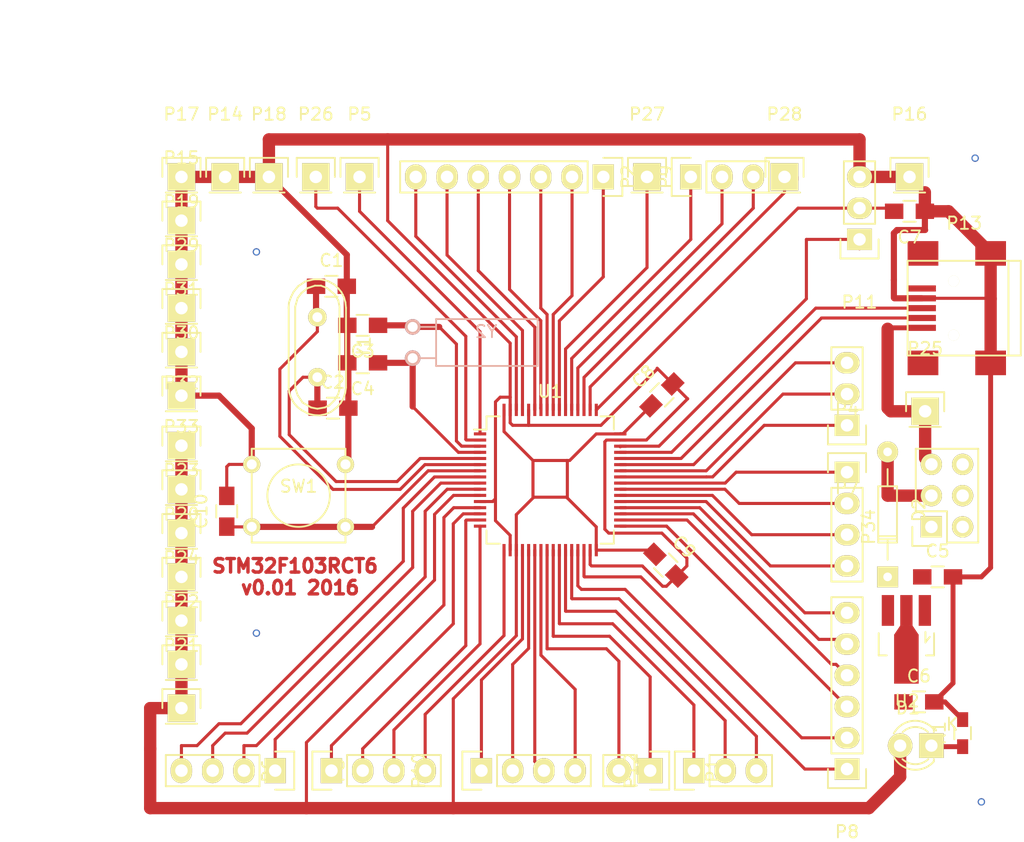
<source format=kicad_pcb>
(kicad_pcb (version 4) (host pcbnew 4.0.2-stable)

  (general
    (links 116)
    (no_connects 5)
    (area 109.856001 36.266 193.670001 105.062001)
    (thickness 1.6)
    (drawings 7)
    (tracks 393)
    (zones 0)
    (modules 52)
    (nets 65)
  )

  (page A4)
  (layers
    (0 F.Cu signal)
    (31 B.Cu signal)
    (32 B.Adhes user)
    (33 F.Adhes user)
    (34 B.Paste user)
    (35 F.Paste user)
    (36 B.SilkS user)
    (37 F.SilkS user)
    (38 B.Mask user)
    (39 F.Mask user)
    (40 Dwgs.User user)
    (41 Cmts.User user)
    (42 Eco1.User user)
    (43 Eco2.User user)
    (44 Edge.Cuts user)
    (45 Margin user)
    (46 B.CrtYd user)
    (47 F.CrtYd user)
    (48 B.Fab user)
    (49 F.Fab user)
  )

  (setup
    (last_trace_width 0.25)
    (user_trace_width 0.4)
    (user_trace_width 0.5)
    (user_trace_width 1)
    (user_trace_width 1.5)
    (trace_clearance 0.2)
    (zone_clearance 0.8)
    (zone_45_only no)
    (trace_min 0.2)
    (segment_width 0.2)
    (edge_width 0.15)
    (via_size 0.6)
    (via_drill 0.4)
    (via_min_size 0.4)
    (via_min_drill 0.3)
    (user_via 1.5 0.5)
    (uvia_size 0.3)
    (uvia_drill 0.1)
    (uvias_allowed no)
    (uvia_min_size 0.2)
    (uvia_min_drill 0.1)
    (pcb_text_width 0.3)
    (pcb_text_size 1.5 1.5)
    (mod_edge_width 0.15)
    (mod_text_size 1 1)
    (mod_text_width 0.15)
    (pad_size 2.49936 1.99898)
    (pad_drill 0)
    (pad_to_mask_clearance 0.2)
    (aux_axis_origin 0 0)
    (visible_elements 7FFFFFFF)
    (pcbplotparams
      (layerselection 0x00020_00000001)
      (usegerberextensions false)
      (excludeedgelayer true)
      (linewidth 0.100000)
      (plotframeref false)
      (viasonmask true)
      (mode 1)
      (useauxorigin false)
      (hpglpennumber 1)
      (hpglpenspeed 20)
      (hpglpendiameter 15)
      (hpglpenoverlay 2)
      (psnegative false)
      (psa4output false)
      (plotreference true)
      (plotvalue true)
      (plotinvisibletext false)
      (padsonsilk true)
      (subtractmaskfromsilk false)
      (outputformat 5)
      (mirror true)
      (drillshape 1)
      (scaleselection 1)
      (outputdirectory ""))
  )

  (net 0 "")
  (net 1 "Net-(C1-Pad1)")
  (net 2 GND)
  (net 3 "Net-(C2-Pad1)")
  (net 4 "Net-(C3-Pad1)")
  (net 5 "Net-(C4-Pad1)")
  (net 6 "Net-(P1-Pad1)")
  (net 7 "Net-(P1-Pad2)")
  (net 8 "Net-(P2-Pad1)")
  (net 9 "Net-(P2-Pad2)")
  (net 10 "Net-(P2-Pad3)")
  (net 11 "Net-(P3-Pad1)")
  (net 12 "Net-(P3-Pad2)")
  (net 13 "Net-(P3-Pad3)")
  (net 14 "Net-(P3-Pad4)")
  (net 15 "Net-(P4-Pad1)")
  (net 16 "Net-(P4-Pad2)")
  (net 17 "Net-(P4-Pad3)")
  (net 18 "Net-(P4-Pad4)")
  (net 19 "Net-(P5-Pad1)")
  (net 20 "Net-(P6-Pad1)")
  (net 21 "Net-(P6-Pad2)")
  (net 22 "Net-(P6-Pad3)")
  (net 23 "Net-(P6-Pad4)")
  (net 24 "Net-(P7-Pad1)")
  (net 25 "Net-(P7-Pad2)")
  (net 26 "Net-(P7-Pad3)")
  (net 27 "Net-(P8-Pad1)")
  (net 28 "Net-(P8-Pad2)")
  (net 29 "Net-(P8-Pad3)")
  (net 30 "Net-(P8-Pad4)")
  (net 31 "Net-(P8-Pad5)")
  (net 32 "Net-(P8-Pad6)")
  (net 33 "Net-(P9-Pad1)")
  (net 34 "Net-(P9-Pad2)")
  (net 35 "Net-(P9-Pad3)")
  (net 36 "Net-(P9-Pad4)")
  (net 37 "Net-(P9-Pad5)")
  (net 38 "Net-(P9-Pad6)")
  (net 39 "Net-(P9-Pad7)")
  (net 40 "Net-(P10-Pad1)")
  (net 41 "Net-(P10-Pad2)")
  (net 42 "Net-(P10-Pad3)")
  (net 43 "Net-(P10-Pad4)")
  (net 44 "Net-(P11-Pad1)")
  (net 45 "Net-(P12-Pad1)")
  (net 46 "Net-(P12-Pad2)")
  (net 47 "Net-(P12-Pad3)")
  (net 48 +5V)
  (net 49 "Net-(P13-Pad2)")
  (net 50 "Net-(P13-Pad3)")
  (net 51 "Net-(P13-Pad5)")
  (net 52 +3V3)
  (net 53 "Net-(P26-Pad1)")
  (net 54 "Net-(P27-Pad1)")
  (net 55 "Net-(P28-Pad1)")
  (net 56 "Net-(C7-Pad2)")
  (net 57 "Net-(D1-Pad1)")
  (net 58 "Net-(C10-Pad1)")
  (net 59 "Net-(C5-Pad1)")
  (net 60 "Net-(P13-Pad1)")
  (net 61 "Net-(P34-Pad2)")
  (net 62 "Net-(P34-Pad4)")
  (net 63 "Net-(P34-Pad6)")
  (net 64 "Net-(P34-Pad1)")

  (net_class Default "This is the default net class."
    (clearance 0.2)
    (trace_width 0.25)
    (via_dia 0.6)
    (via_drill 0.4)
    (uvia_dia 0.3)
    (uvia_drill 0.1)
    (add_net +3V3)
    (add_net +5V)
    (add_net GND)
    (add_net "Net-(C1-Pad1)")
    (add_net "Net-(C10-Pad1)")
    (add_net "Net-(C2-Pad1)")
    (add_net "Net-(C3-Pad1)")
    (add_net "Net-(C4-Pad1)")
    (add_net "Net-(C5-Pad1)")
    (add_net "Net-(C7-Pad2)")
    (add_net "Net-(D1-Pad1)")
    (add_net "Net-(P1-Pad1)")
    (add_net "Net-(P1-Pad2)")
    (add_net "Net-(P10-Pad1)")
    (add_net "Net-(P10-Pad2)")
    (add_net "Net-(P10-Pad3)")
    (add_net "Net-(P10-Pad4)")
    (add_net "Net-(P11-Pad1)")
    (add_net "Net-(P12-Pad1)")
    (add_net "Net-(P12-Pad2)")
    (add_net "Net-(P12-Pad3)")
    (add_net "Net-(P13-Pad1)")
    (add_net "Net-(P13-Pad2)")
    (add_net "Net-(P13-Pad3)")
    (add_net "Net-(P13-Pad5)")
    (add_net "Net-(P2-Pad1)")
    (add_net "Net-(P2-Pad2)")
    (add_net "Net-(P2-Pad3)")
    (add_net "Net-(P26-Pad1)")
    (add_net "Net-(P27-Pad1)")
    (add_net "Net-(P28-Pad1)")
    (add_net "Net-(P3-Pad1)")
    (add_net "Net-(P3-Pad2)")
    (add_net "Net-(P3-Pad3)")
    (add_net "Net-(P3-Pad4)")
    (add_net "Net-(P34-Pad1)")
    (add_net "Net-(P34-Pad2)")
    (add_net "Net-(P34-Pad4)")
    (add_net "Net-(P34-Pad6)")
    (add_net "Net-(P4-Pad1)")
    (add_net "Net-(P4-Pad2)")
    (add_net "Net-(P4-Pad3)")
    (add_net "Net-(P4-Pad4)")
    (add_net "Net-(P5-Pad1)")
    (add_net "Net-(P6-Pad1)")
    (add_net "Net-(P6-Pad2)")
    (add_net "Net-(P6-Pad3)")
    (add_net "Net-(P6-Pad4)")
    (add_net "Net-(P7-Pad1)")
    (add_net "Net-(P7-Pad2)")
    (add_net "Net-(P7-Pad3)")
    (add_net "Net-(P8-Pad1)")
    (add_net "Net-(P8-Pad2)")
    (add_net "Net-(P8-Pad3)")
    (add_net "Net-(P8-Pad4)")
    (add_net "Net-(P8-Pad5)")
    (add_net "Net-(P8-Pad6)")
    (add_net "Net-(P9-Pad1)")
    (add_net "Net-(P9-Pad2)")
    (add_net "Net-(P9-Pad3)")
    (add_net "Net-(P9-Pad4)")
    (add_net "Net-(P9-Pad5)")
    (add_net "Net-(P9-Pad6)")
    (add_net "Net-(P9-Pad7)")
  )

  (module TO_SOT_Packages_SMD:SOT89-3_Housing_Handsoldering (layer F.Cu) (tedit 0) (tstamp 56F2C3E4)
    (at 183.896 87.884 180)
    (descr "SOT89-3, Housing, Handsoldering,")
    (tags "SOT89-3, Housing, Handsoldering,")
    (path /56F2F819)
    (attr smd)
    (fp_text reference U2 (at -0.0508 -5.00126 180) (layer F.SilkS)
      (effects (font (size 1 1) (thickness 0.15)))
    )
    (fp_text value AP1117D33 (at -0.14986 5.30098 180) (layer F.Fab)
      (effects (font (size 1 1) (thickness 0.15)))
    )
    (fp_line (start -1.89992 0.20066) (end -1.651 -0.09906) (layer F.SilkS) (width 0.15))
    (fp_line (start -1.651 -0.09906) (end -1.5494 -0.24892) (layer F.SilkS) (width 0.15))
    (fp_line (start -1.5494 -0.24892) (end -1.5494 0.59944) (layer F.SilkS) (width 0.15))
    (fp_line (start -2.25044 -1.30048) (end -2.25044 0.50038) (layer F.SilkS) (width 0.15))
    (fp_line (start -2.25044 -1.30048) (end -1.6002 -1.30048) (layer F.SilkS) (width 0.15))
    (fp_line (start 2.25044 -1.30048) (end 2.25044 0.50038) (layer F.SilkS) (width 0.15))
    (fp_line (start 2.25044 -1.30048) (end 1.6002 -1.30048) (layer F.SilkS) (width 0.15))
    (pad 1 smd rect (at -1.50114 2.35204 180) (size 1.00076 2.5019) (layers F.Cu F.Paste F.Mask)
      (net 2 GND))
    (pad 2 smd rect (at 0 2.35204 180) (size 1.00076 2.5019) (layers F.Cu F.Paste F.Mask)
      (net 52 +3V3))
    (pad 3 smd rect (at 1.50114 2.35204 180) (size 1.00076 2.5019) (layers F.Cu F.Paste F.Mask)
      (net 59 "Net-(C5-Pad1)"))
    (pad 2 smd rect (at 0 -1.6002 180) (size 1.99898 4.0005) (layers F.Cu F.Paste F.Mask)
      (net 52 +3V3))
    (pad 2 smd trapezoid (at 0 0.7493) (size 1.50114 0.7493) (rect_delta 0 0.50038 ) (layers F.Cu F.Paste F.Mask)
      (net 52 +3V3))
    (model TO_SOT_Packages_SMD.3dshapes/SOT89-3_Housing_Handsoldering.wrl
      (at (xyz 0 0 0))
      (scale (xyz 0.3937 0.3937 0.3937))
      (rotate (xyz 0 0 0))
    )
  )

  (module Pin_Headers:Pin_Header_Straight_1x04 (layer F.Cu) (tedit 0) (tstamp 56F29A9E)
    (at 132.588 98.552 270)
    (descr "Through hole pin header")
    (tags "pin header")
    (path /56F2D97D)
    (fp_text reference P3 (at 0 -5.1 270) (layer F.SilkS)
      (effects (font (size 1 1) (thickness 0.15)))
    )
    (fp_text value CONN_01X04 (at 0 -3.1 270) (layer F.Fab)
      (effects (font (size 1 1) (thickness 0.15)))
    )
    (fp_line (start -1.75 -1.75) (end -1.75 9.4) (layer F.CrtYd) (width 0.05))
    (fp_line (start 1.75 -1.75) (end 1.75 9.4) (layer F.CrtYd) (width 0.05))
    (fp_line (start -1.75 -1.75) (end 1.75 -1.75) (layer F.CrtYd) (width 0.05))
    (fp_line (start -1.75 9.4) (end 1.75 9.4) (layer F.CrtYd) (width 0.05))
    (fp_line (start -1.27 1.27) (end -1.27 8.89) (layer F.SilkS) (width 0.15))
    (fp_line (start 1.27 1.27) (end 1.27 8.89) (layer F.SilkS) (width 0.15))
    (fp_line (start 1.55 -1.55) (end 1.55 0) (layer F.SilkS) (width 0.15))
    (fp_line (start -1.27 8.89) (end 1.27 8.89) (layer F.SilkS) (width 0.15))
    (fp_line (start 1.27 1.27) (end -1.27 1.27) (layer F.SilkS) (width 0.15))
    (fp_line (start -1.55 0) (end -1.55 -1.55) (layer F.SilkS) (width 0.15))
    (fp_line (start -1.55 -1.55) (end 1.55 -1.55) (layer F.SilkS) (width 0.15))
    (pad 1 thru_hole rect (at 0 0 270) (size 2.032 1.7272) (drill 1.016) (layers *.Cu *.Mask F.SilkS)
      (net 11 "Net-(P3-Pad1)"))
    (pad 2 thru_hole oval (at 0 2.54 270) (size 2.032 1.7272) (drill 1.016) (layers *.Cu *.Mask F.SilkS)
      (net 12 "Net-(P3-Pad2)"))
    (pad 3 thru_hole oval (at 0 5.08 270) (size 2.032 1.7272) (drill 1.016) (layers *.Cu *.Mask F.SilkS)
      (net 13 "Net-(P3-Pad3)"))
    (pad 4 thru_hole oval (at 0 7.62 270) (size 2.032 1.7272) (drill 1.016) (layers *.Cu *.Mask F.SilkS)
      (net 14 "Net-(P3-Pad4)"))
    (model Pin_Headers.3dshapes/Pin_Header_Straight_1x04.wrl
      (at (xyz 0 -0.15 0))
      (scale (xyz 1 1 1))
      (rotate (xyz 0 0 90))
    )
  )

  (module Pin_Headers:Pin_Header_Straight_1x01 (layer F.Cu) (tedit 54EA08DC) (tstamp 56F29AFE)
    (at 124.968 53.848)
    (descr "Through hole pin header")
    (tags "pin header")
    (path /56F3193D)
    (fp_text reference P15 (at 0 -5.1) (layer F.SilkS)
      (effects (font (size 1 1) (thickness 0.15)))
    )
    (fp_text value CONN_01X01 (at 0 -3.1) (layer F.Fab)
      (effects (font (size 1 1) (thickness 0.15)))
    )
    (fp_line (start 1.55 -1.55) (end 1.55 0) (layer F.SilkS) (width 0.15))
    (fp_line (start -1.75 -1.75) (end -1.75 1.75) (layer F.CrtYd) (width 0.05))
    (fp_line (start 1.75 -1.75) (end 1.75 1.75) (layer F.CrtYd) (width 0.05))
    (fp_line (start -1.75 -1.75) (end 1.75 -1.75) (layer F.CrtYd) (width 0.05))
    (fp_line (start -1.75 1.75) (end 1.75 1.75) (layer F.CrtYd) (width 0.05))
    (fp_line (start -1.55 0) (end -1.55 -1.55) (layer F.SilkS) (width 0.15))
    (fp_line (start -1.55 -1.55) (end 1.55 -1.55) (layer F.SilkS) (width 0.15))
    (fp_line (start -1.27 1.27) (end 1.27 1.27) (layer F.SilkS) (width 0.15))
    (pad 1 thru_hole rect (at 0 0) (size 2.2352 2.2352) (drill 1.016) (layers *.Cu *.Mask F.SilkS)
      (net 2 GND))
    (model Pin_Headers.3dshapes/Pin_Header_Straight_1x01.wrl
      (at (xyz 0 0 0))
      (scale (xyz 1 1 1))
      (rotate (xyz 0 0 90))
    )
  )

  (module Capacitors_SMD:C_0805_HandSoldering (layer F.Cu) (tedit 541A9B8D) (tstamp 56F29A77)
    (at 137.16 59.182)
    (descr "Capacitor SMD 0805, hand soldering")
    (tags "capacitor 0805")
    (path /56F29167)
    (attr smd)
    (fp_text reference C1 (at 0 -2.1) (layer F.SilkS)
      (effects (font (size 1 1) (thickness 0.15)))
    )
    (fp_text value 11pF (at 0 2.1) (layer F.Fab)
      (effects (font (size 1 1) (thickness 0.15)))
    )
    (fp_line (start -2.3 -1) (end 2.3 -1) (layer F.CrtYd) (width 0.05))
    (fp_line (start -2.3 1) (end 2.3 1) (layer F.CrtYd) (width 0.05))
    (fp_line (start -2.3 -1) (end -2.3 1) (layer F.CrtYd) (width 0.05))
    (fp_line (start 2.3 -1) (end 2.3 1) (layer F.CrtYd) (width 0.05))
    (fp_line (start 0.5 -0.85) (end -0.5 -0.85) (layer F.SilkS) (width 0.15))
    (fp_line (start -0.5 0.85) (end 0.5 0.85) (layer F.SilkS) (width 0.15))
    (pad 1 smd rect (at -1.25 0) (size 1.5 1.25) (layers F.Cu F.Paste F.Mask)
      (net 1 "Net-(C1-Pad1)"))
    (pad 2 smd rect (at 1.25 0) (size 1.5 1.25) (layers F.Cu F.Paste F.Mask)
      (net 2 GND))
    (model Capacitors_SMD.3dshapes/C_0805_HandSoldering.wrl
      (at (xyz 0 0 0))
      (scale (xyz 1 1 1))
      (rotate (xyz 0 0 0))
    )
  )

  (module Capacitors_SMD:C_0805_HandSoldering (layer F.Cu) (tedit 541A9B8D) (tstamp 56F29A7D)
    (at 137.287 69.088)
    (descr "Capacitor SMD 0805, hand soldering")
    (tags "capacitor 0805")
    (path /56F29132)
    (attr smd)
    (fp_text reference C2 (at 0 -2.1) (layer F.SilkS)
      (effects (font (size 1 1) (thickness 0.15)))
    )
    (fp_text value 22pF (at 0 2.1) (layer F.Fab)
      (effects (font (size 1 1) (thickness 0.15)))
    )
    (fp_line (start -2.3 -1) (end 2.3 -1) (layer F.CrtYd) (width 0.05))
    (fp_line (start -2.3 1) (end 2.3 1) (layer F.CrtYd) (width 0.05))
    (fp_line (start -2.3 -1) (end -2.3 1) (layer F.CrtYd) (width 0.05))
    (fp_line (start 2.3 -1) (end 2.3 1) (layer F.CrtYd) (width 0.05))
    (fp_line (start 0.5 -0.85) (end -0.5 -0.85) (layer F.SilkS) (width 0.15))
    (fp_line (start -0.5 0.85) (end 0.5 0.85) (layer F.SilkS) (width 0.15))
    (pad 1 smd rect (at -1.25 0) (size 1.5 1.25) (layers F.Cu F.Paste F.Mask)
      (net 3 "Net-(C2-Pad1)"))
    (pad 2 smd rect (at 1.25 0) (size 1.5 1.25) (layers F.Cu F.Paste F.Mask)
      (net 2 GND))
    (model Capacitors_SMD.3dshapes/C_0805_HandSoldering.wrl
      (at (xyz 0 0 0))
      (scale (xyz 1 1 1))
      (rotate (xyz 0 0 0))
    )
  )

  (module Capacitors_SMD:C_0805_HandSoldering (layer F.Cu) (tedit 541A9B8D) (tstamp 56F29A83)
    (at 139.7 62.357 180)
    (descr "Capacitor SMD 0805, hand soldering")
    (tags "capacitor 0805")
    (path /56F2969F)
    (attr smd)
    (fp_text reference C3 (at 0 -2.1 180) (layer F.SilkS)
      (effects (font (size 1 1) (thickness 0.15)))
    )
    (fp_text value 22pF (at 0 2.1 180) (layer F.Fab)
      (effects (font (size 1 1) (thickness 0.15)))
    )
    (fp_line (start -2.3 -1) (end 2.3 -1) (layer F.CrtYd) (width 0.05))
    (fp_line (start -2.3 1) (end 2.3 1) (layer F.CrtYd) (width 0.05))
    (fp_line (start -2.3 -1) (end -2.3 1) (layer F.CrtYd) (width 0.05))
    (fp_line (start 2.3 -1) (end 2.3 1) (layer F.CrtYd) (width 0.05))
    (fp_line (start 0.5 -0.85) (end -0.5 -0.85) (layer F.SilkS) (width 0.15))
    (fp_line (start -0.5 0.85) (end 0.5 0.85) (layer F.SilkS) (width 0.15))
    (pad 1 smd rect (at -1.25 0 180) (size 1.5 1.25) (layers F.Cu F.Paste F.Mask)
      (net 4 "Net-(C3-Pad1)"))
    (pad 2 smd rect (at 1.25 0 180) (size 1.5 1.25) (layers F.Cu F.Paste F.Mask)
      (net 2 GND))
    (model Capacitors_SMD.3dshapes/C_0805_HandSoldering.wrl
      (at (xyz 0 0 0))
      (scale (xyz 1 1 1))
      (rotate (xyz 0 0 0))
    )
  )

  (module Capacitors_SMD:C_0805_HandSoldering (layer F.Cu) (tedit 541A9B8D) (tstamp 56F29A89)
    (at 139.7 65.405 180)
    (descr "Capacitor SMD 0805, hand soldering")
    (tags "capacitor 0805")
    (path /56F2974F)
    (attr smd)
    (fp_text reference C4 (at 0 -2.1 180) (layer F.SilkS)
      (effects (font (size 1 1) (thickness 0.15)))
    )
    (fp_text value 22pF (at 0 2.1 180) (layer F.Fab)
      (effects (font (size 1 1) (thickness 0.15)))
    )
    (fp_line (start -2.3 -1) (end 2.3 -1) (layer F.CrtYd) (width 0.05))
    (fp_line (start -2.3 1) (end 2.3 1) (layer F.CrtYd) (width 0.05))
    (fp_line (start -2.3 -1) (end -2.3 1) (layer F.CrtYd) (width 0.05))
    (fp_line (start 2.3 -1) (end 2.3 1) (layer F.CrtYd) (width 0.05))
    (fp_line (start 0.5 -0.85) (end -0.5 -0.85) (layer F.SilkS) (width 0.15))
    (fp_line (start -0.5 0.85) (end 0.5 0.85) (layer F.SilkS) (width 0.15))
    (pad 1 smd rect (at -1.25 0 180) (size 1.5 1.25) (layers F.Cu F.Paste F.Mask)
      (net 5 "Net-(C4-Pad1)"))
    (pad 2 smd rect (at 1.25 0 180) (size 1.5 1.25) (layers F.Cu F.Paste F.Mask)
      (net 2 GND))
    (model Capacitors_SMD.3dshapes/C_0805_HandSoldering.wrl
      (at (xyz 0 0 0))
      (scale (xyz 1 1 1))
      (rotate (xyz 0 0 0))
    )
  )

  (module Pin_Headers:Pin_Header_Straight_1x02 (layer F.Cu) (tedit 54EA090C) (tstamp 56F29A8F)
    (at 163.068 98.552 270)
    (descr "Through hole pin header")
    (tags "pin header")
    (path /56F2DCEC)
    (fp_text reference P1 (at 0 -5.1 270) (layer F.SilkS)
      (effects (font (size 1 1) (thickness 0.15)))
    )
    (fp_text value CONN_01X02 (at 0 -3.1 270) (layer F.Fab)
      (effects (font (size 1 1) (thickness 0.15)))
    )
    (fp_line (start 1.27 1.27) (end 1.27 3.81) (layer F.SilkS) (width 0.15))
    (fp_line (start 1.55 -1.55) (end 1.55 0) (layer F.SilkS) (width 0.15))
    (fp_line (start -1.75 -1.75) (end -1.75 4.3) (layer F.CrtYd) (width 0.05))
    (fp_line (start 1.75 -1.75) (end 1.75 4.3) (layer F.CrtYd) (width 0.05))
    (fp_line (start -1.75 -1.75) (end 1.75 -1.75) (layer F.CrtYd) (width 0.05))
    (fp_line (start -1.75 4.3) (end 1.75 4.3) (layer F.CrtYd) (width 0.05))
    (fp_line (start 1.27 1.27) (end -1.27 1.27) (layer F.SilkS) (width 0.15))
    (fp_line (start -1.55 0) (end -1.55 -1.55) (layer F.SilkS) (width 0.15))
    (fp_line (start -1.55 -1.55) (end 1.55 -1.55) (layer F.SilkS) (width 0.15))
    (fp_line (start -1.27 1.27) (end -1.27 3.81) (layer F.SilkS) (width 0.15))
    (fp_line (start -1.27 3.81) (end 1.27 3.81) (layer F.SilkS) (width 0.15))
    (pad 1 thru_hole rect (at 0 0 270) (size 2.032 2.032) (drill 1.016) (layers *.Cu *.Mask F.SilkS)
      (net 6 "Net-(P1-Pad1)"))
    (pad 2 thru_hole oval (at 0 2.54 270) (size 2.032 2.032) (drill 1.016) (layers *.Cu *.Mask F.SilkS)
      (net 7 "Net-(P1-Pad2)"))
    (model Pin_Headers.3dshapes/Pin_Header_Straight_1x02.wrl
      (at (xyz 0 -0.05 0))
      (scale (xyz 1 1 1))
      (rotate (xyz 0 0 90))
    )
  )

  (module Pin_Headers:Pin_Header_Straight_1x03 (layer F.Cu) (tedit 0) (tstamp 56F29A96)
    (at 166.37 50.292 90)
    (descr "Through hole pin header")
    (tags "pin header")
    (path /56F2E018)
    (fp_text reference P2 (at 0 -5.1 90) (layer F.SilkS)
      (effects (font (size 1 1) (thickness 0.15)))
    )
    (fp_text value CONN_01X03 (at 0 -3.1 90) (layer F.Fab)
      (effects (font (size 1 1) (thickness 0.15)))
    )
    (fp_line (start -1.75 -1.75) (end -1.75 6.85) (layer F.CrtYd) (width 0.05))
    (fp_line (start 1.75 -1.75) (end 1.75 6.85) (layer F.CrtYd) (width 0.05))
    (fp_line (start -1.75 -1.75) (end 1.75 -1.75) (layer F.CrtYd) (width 0.05))
    (fp_line (start -1.75 6.85) (end 1.75 6.85) (layer F.CrtYd) (width 0.05))
    (fp_line (start -1.27 1.27) (end -1.27 6.35) (layer F.SilkS) (width 0.15))
    (fp_line (start -1.27 6.35) (end 1.27 6.35) (layer F.SilkS) (width 0.15))
    (fp_line (start 1.27 6.35) (end 1.27 1.27) (layer F.SilkS) (width 0.15))
    (fp_line (start 1.55 -1.55) (end 1.55 0) (layer F.SilkS) (width 0.15))
    (fp_line (start 1.27 1.27) (end -1.27 1.27) (layer F.SilkS) (width 0.15))
    (fp_line (start -1.55 0) (end -1.55 -1.55) (layer F.SilkS) (width 0.15))
    (fp_line (start -1.55 -1.55) (end 1.55 -1.55) (layer F.SilkS) (width 0.15))
    (pad 1 thru_hole rect (at 0 0 90) (size 2.032 1.7272) (drill 1.016) (layers *.Cu *.Mask F.SilkS)
      (net 8 "Net-(P2-Pad1)"))
    (pad 2 thru_hole oval (at 0 2.54 90) (size 2.032 1.7272) (drill 1.016) (layers *.Cu *.Mask F.SilkS)
      (net 9 "Net-(P2-Pad2)"))
    (pad 3 thru_hole oval (at 0 5.08 90) (size 2.032 1.7272) (drill 1.016) (layers *.Cu *.Mask F.SilkS)
      (net 10 "Net-(P2-Pad3)"))
    (model Pin_Headers.3dshapes/Pin_Header_Straight_1x03.wrl
      (at (xyz 0 -0.1 0))
      (scale (xyz 1 1 1))
      (rotate (xyz 0 0 90))
    )
  )

  (module Pin_Headers:Pin_Header_Straight_1x04 (layer F.Cu) (tedit 0) (tstamp 56F29AA6)
    (at 179.07 74.295)
    (descr "Through hole pin header")
    (tags "pin header")
    (path /56F2DBA7)
    (fp_text reference P4 (at 0 -5.1) (layer F.SilkS)
      (effects (font (size 1 1) (thickness 0.15)))
    )
    (fp_text value CONN_01X04 (at 0 -3.1) (layer F.Fab)
      (effects (font (size 1 1) (thickness 0.15)))
    )
    (fp_line (start -1.75 -1.75) (end -1.75 9.4) (layer F.CrtYd) (width 0.05))
    (fp_line (start 1.75 -1.75) (end 1.75 9.4) (layer F.CrtYd) (width 0.05))
    (fp_line (start -1.75 -1.75) (end 1.75 -1.75) (layer F.CrtYd) (width 0.05))
    (fp_line (start -1.75 9.4) (end 1.75 9.4) (layer F.CrtYd) (width 0.05))
    (fp_line (start -1.27 1.27) (end -1.27 8.89) (layer F.SilkS) (width 0.15))
    (fp_line (start 1.27 1.27) (end 1.27 8.89) (layer F.SilkS) (width 0.15))
    (fp_line (start 1.55 -1.55) (end 1.55 0) (layer F.SilkS) (width 0.15))
    (fp_line (start -1.27 8.89) (end 1.27 8.89) (layer F.SilkS) (width 0.15))
    (fp_line (start 1.27 1.27) (end -1.27 1.27) (layer F.SilkS) (width 0.15))
    (fp_line (start -1.55 0) (end -1.55 -1.55) (layer F.SilkS) (width 0.15))
    (fp_line (start -1.55 -1.55) (end 1.55 -1.55) (layer F.SilkS) (width 0.15))
    (pad 1 thru_hole rect (at 0 0) (size 2.032 1.7272) (drill 1.016) (layers *.Cu *.Mask F.SilkS)
      (net 15 "Net-(P4-Pad1)"))
    (pad 2 thru_hole oval (at 0 2.54) (size 2.032 1.7272) (drill 1.016) (layers *.Cu *.Mask F.SilkS)
      (net 16 "Net-(P4-Pad2)"))
    (pad 3 thru_hole oval (at 0 5.08) (size 2.032 1.7272) (drill 1.016) (layers *.Cu *.Mask F.SilkS)
      (net 17 "Net-(P4-Pad3)"))
    (pad 4 thru_hole oval (at 0 7.62) (size 2.032 1.7272) (drill 1.016) (layers *.Cu *.Mask F.SilkS)
      (net 18 "Net-(P4-Pad4)"))
    (model Pin_Headers.3dshapes/Pin_Header_Straight_1x04.wrl
      (at (xyz 0 -0.15 0))
      (scale (xyz 1 1 1))
      (rotate (xyz 0 0 90))
    )
  )

  (module Pin_Headers:Pin_Header_Straight_1x01 (layer F.Cu) (tedit 54EA08DC) (tstamp 56F29AAB)
    (at 139.446 50.292)
    (descr "Through hole pin header")
    (tags "pin header")
    (path /56F2C4BD)
    (fp_text reference P5 (at 0 -5.1) (layer F.SilkS)
      (effects (font (size 1 1) (thickness 0.15)))
    )
    (fp_text value CONN_01X01 (at 0 -3.1) (layer F.Fab)
      (effects (font (size 1 1) (thickness 0.15)))
    )
    (fp_line (start 1.55 -1.55) (end 1.55 0) (layer F.SilkS) (width 0.15))
    (fp_line (start -1.75 -1.75) (end -1.75 1.75) (layer F.CrtYd) (width 0.05))
    (fp_line (start 1.75 -1.75) (end 1.75 1.75) (layer F.CrtYd) (width 0.05))
    (fp_line (start -1.75 -1.75) (end 1.75 -1.75) (layer F.CrtYd) (width 0.05))
    (fp_line (start -1.75 1.75) (end 1.75 1.75) (layer F.CrtYd) (width 0.05))
    (fp_line (start -1.55 0) (end -1.55 -1.55) (layer F.SilkS) (width 0.15))
    (fp_line (start -1.55 -1.55) (end 1.55 -1.55) (layer F.SilkS) (width 0.15))
    (fp_line (start -1.27 1.27) (end 1.27 1.27) (layer F.SilkS) (width 0.15))
    (pad 1 thru_hole rect (at 0 0) (size 2.2352 2.2352) (drill 1.016) (layers *.Cu *.Mask F.SilkS)
      (net 19 "Net-(P5-Pad1)"))
    (model Pin_Headers.3dshapes/Pin_Header_Straight_1x01.wrl
      (at (xyz 0 0 0))
      (scale (xyz 1 1 1))
      (rotate (xyz 0 0 90))
    )
  )

  (module Pin_Headers:Pin_Header_Straight_1x04 (layer F.Cu) (tedit 0) (tstamp 56F29AB3)
    (at 137.16 98.552 90)
    (descr "Through hole pin header")
    (tags "pin header")
    (path /56F30D39)
    (fp_text reference P6 (at 0 -5.1 90) (layer F.SilkS)
      (effects (font (size 1 1) (thickness 0.15)))
    )
    (fp_text value CONN_01X04 (at 0 -3.1 90) (layer F.Fab)
      (effects (font (size 1 1) (thickness 0.15)))
    )
    (fp_line (start -1.75 -1.75) (end -1.75 9.4) (layer F.CrtYd) (width 0.05))
    (fp_line (start 1.75 -1.75) (end 1.75 9.4) (layer F.CrtYd) (width 0.05))
    (fp_line (start -1.75 -1.75) (end 1.75 -1.75) (layer F.CrtYd) (width 0.05))
    (fp_line (start -1.75 9.4) (end 1.75 9.4) (layer F.CrtYd) (width 0.05))
    (fp_line (start -1.27 1.27) (end -1.27 8.89) (layer F.SilkS) (width 0.15))
    (fp_line (start 1.27 1.27) (end 1.27 8.89) (layer F.SilkS) (width 0.15))
    (fp_line (start 1.55 -1.55) (end 1.55 0) (layer F.SilkS) (width 0.15))
    (fp_line (start -1.27 8.89) (end 1.27 8.89) (layer F.SilkS) (width 0.15))
    (fp_line (start 1.27 1.27) (end -1.27 1.27) (layer F.SilkS) (width 0.15))
    (fp_line (start -1.55 0) (end -1.55 -1.55) (layer F.SilkS) (width 0.15))
    (fp_line (start -1.55 -1.55) (end 1.55 -1.55) (layer F.SilkS) (width 0.15))
    (pad 1 thru_hole rect (at 0 0 90) (size 2.032 1.7272) (drill 1.016) (layers *.Cu *.Mask F.SilkS)
      (net 20 "Net-(P6-Pad1)"))
    (pad 2 thru_hole oval (at 0 2.54 90) (size 2.032 1.7272) (drill 1.016) (layers *.Cu *.Mask F.SilkS)
      (net 21 "Net-(P6-Pad2)"))
    (pad 3 thru_hole oval (at 0 5.08 90) (size 2.032 1.7272) (drill 1.016) (layers *.Cu *.Mask F.SilkS)
      (net 22 "Net-(P6-Pad3)"))
    (pad 4 thru_hole oval (at 0 7.62 90) (size 2.032 1.7272) (drill 1.016) (layers *.Cu *.Mask F.SilkS)
      (net 23 "Net-(P6-Pad4)"))
    (model Pin_Headers.3dshapes/Pin_Header_Straight_1x04.wrl
      (at (xyz 0 -0.15 0))
      (scale (xyz 1 1 1))
      (rotate (xyz 0 0 90))
    )
  )

  (module Pin_Headers:Pin_Header_Straight_1x03 (layer F.Cu) (tedit 0) (tstamp 56F29ABA)
    (at 179.07 70.485 180)
    (descr "Through hole pin header")
    (tags "pin header")
    (path /56F308B8)
    (fp_text reference P7 (at 0 -5.1 180) (layer F.SilkS)
      (effects (font (size 1 1) (thickness 0.15)))
    )
    (fp_text value CONN_01X03 (at 0 -3.1 180) (layer F.Fab)
      (effects (font (size 1 1) (thickness 0.15)))
    )
    (fp_line (start -1.75 -1.75) (end -1.75 6.85) (layer F.CrtYd) (width 0.05))
    (fp_line (start 1.75 -1.75) (end 1.75 6.85) (layer F.CrtYd) (width 0.05))
    (fp_line (start -1.75 -1.75) (end 1.75 -1.75) (layer F.CrtYd) (width 0.05))
    (fp_line (start -1.75 6.85) (end 1.75 6.85) (layer F.CrtYd) (width 0.05))
    (fp_line (start -1.27 1.27) (end -1.27 6.35) (layer F.SilkS) (width 0.15))
    (fp_line (start -1.27 6.35) (end 1.27 6.35) (layer F.SilkS) (width 0.15))
    (fp_line (start 1.27 6.35) (end 1.27 1.27) (layer F.SilkS) (width 0.15))
    (fp_line (start 1.55 -1.55) (end 1.55 0) (layer F.SilkS) (width 0.15))
    (fp_line (start 1.27 1.27) (end -1.27 1.27) (layer F.SilkS) (width 0.15))
    (fp_line (start -1.55 0) (end -1.55 -1.55) (layer F.SilkS) (width 0.15))
    (fp_line (start -1.55 -1.55) (end 1.55 -1.55) (layer F.SilkS) (width 0.15))
    (pad 1 thru_hole rect (at 0 0 180) (size 2.032 1.7272) (drill 1.016) (layers *.Cu *.Mask F.SilkS)
      (net 24 "Net-(P7-Pad1)"))
    (pad 2 thru_hole oval (at 0 2.54 180) (size 2.032 1.7272) (drill 1.016) (layers *.Cu *.Mask F.SilkS)
      (net 25 "Net-(P7-Pad2)"))
    (pad 3 thru_hole oval (at 0 5.08 180) (size 2.032 1.7272) (drill 1.016) (layers *.Cu *.Mask F.SilkS)
      (net 26 "Net-(P7-Pad3)"))
    (model Pin_Headers.3dshapes/Pin_Header_Straight_1x03.wrl
      (at (xyz 0 -0.1 0))
      (scale (xyz 1 1 1))
      (rotate (xyz 0 0 90))
    )
  )

  (module Pin_Headers:Pin_Header_Straight_1x06 (layer F.Cu) (tedit 0) (tstamp 56F29AC4)
    (at 179.07 98.425 180)
    (descr "Through hole pin header")
    (tags "pin header")
    (path /56F2ECED)
    (fp_text reference P8 (at 0 -5.1 180) (layer F.SilkS)
      (effects (font (size 1 1) (thickness 0.15)))
    )
    (fp_text value CONN_01X06 (at 0 -3.1 180) (layer F.Fab)
      (effects (font (size 1 1) (thickness 0.15)))
    )
    (fp_line (start -1.75 -1.75) (end -1.75 14.45) (layer F.CrtYd) (width 0.05))
    (fp_line (start 1.75 -1.75) (end 1.75 14.45) (layer F.CrtYd) (width 0.05))
    (fp_line (start -1.75 -1.75) (end 1.75 -1.75) (layer F.CrtYd) (width 0.05))
    (fp_line (start -1.75 14.45) (end 1.75 14.45) (layer F.CrtYd) (width 0.05))
    (fp_line (start 1.27 1.27) (end 1.27 13.97) (layer F.SilkS) (width 0.15))
    (fp_line (start 1.27 13.97) (end -1.27 13.97) (layer F.SilkS) (width 0.15))
    (fp_line (start -1.27 13.97) (end -1.27 1.27) (layer F.SilkS) (width 0.15))
    (fp_line (start 1.55 -1.55) (end 1.55 0) (layer F.SilkS) (width 0.15))
    (fp_line (start 1.27 1.27) (end -1.27 1.27) (layer F.SilkS) (width 0.15))
    (fp_line (start -1.55 0) (end -1.55 -1.55) (layer F.SilkS) (width 0.15))
    (fp_line (start -1.55 -1.55) (end 1.55 -1.55) (layer F.SilkS) (width 0.15))
    (pad 1 thru_hole rect (at 0 0 180) (size 2.032 1.7272) (drill 1.016) (layers *.Cu *.Mask F.SilkS)
      (net 27 "Net-(P8-Pad1)"))
    (pad 2 thru_hole oval (at 0 2.54 180) (size 2.032 1.7272) (drill 1.016) (layers *.Cu *.Mask F.SilkS)
      (net 28 "Net-(P8-Pad2)"))
    (pad 3 thru_hole oval (at 0 5.08 180) (size 2.032 1.7272) (drill 1.016) (layers *.Cu *.Mask F.SilkS)
      (net 29 "Net-(P8-Pad3)"))
    (pad 4 thru_hole oval (at 0 7.62 180) (size 2.032 1.7272) (drill 1.016) (layers *.Cu *.Mask F.SilkS)
      (net 30 "Net-(P8-Pad4)"))
    (pad 5 thru_hole oval (at 0 10.16 180) (size 2.032 1.7272) (drill 1.016) (layers *.Cu *.Mask F.SilkS)
      (net 31 "Net-(P8-Pad5)"))
    (pad 6 thru_hole oval (at 0 12.7 180) (size 2.032 1.7272) (drill 1.016) (layers *.Cu *.Mask F.SilkS)
      (net 32 "Net-(P8-Pad6)"))
    (model Pin_Headers.3dshapes/Pin_Header_Straight_1x06.wrl
      (at (xyz 0 -0.25 0))
      (scale (xyz 1 1 1))
      (rotate (xyz 0 0 90))
    )
  )

  (module Pin_Headers:Pin_Header_Straight_1x07 (layer F.Cu) (tedit 0) (tstamp 56F29ACF)
    (at 159.258 50.292 270)
    (descr "Through hole pin header")
    (tags "pin header")
    (path /56F2F3BB)
    (fp_text reference P9 (at 0 -5.1 270) (layer F.SilkS)
      (effects (font (size 1 1) (thickness 0.15)))
    )
    (fp_text value CONN_01X07 (at 0 -3.1 270) (layer F.Fab)
      (effects (font (size 1 1) (thickness 0.15)))
    )
    (fp_line (start -1.75 -1.75) (end -1.75 17) (layer F.CrtYd) (width 0.05))
    (fp_line (start 1.75 -1.75) (end 1.75 17) (layer F.CrtYd) (width 0.05))
    (fp_line (start -1.75 -1.75) (end 1.75 -1.75) (layer F.CrtYd) (width 0.05))
    (fp_line (start -1.75 17) (end 1.75 17) (layer F.CrtYd) (width 0.05))
    (fp_line (start 1.27 1.27) (end 1.27 16.51) (layer F.SilkS) (width 0.15))
    (fp_line (start 1.27 16.51) (end -1.27 16.51) (layer F.SilkS) (width 0.15))
    (fp_line (start -1.27 16.51) (end -1.27 1.27) (layer F.SilkS) (width 0.15))
    (fp_line (start 1.55 -1.55) (end 1.55 0) (layer F.SilkS) (width 0.15))
    (fp_line (start 1.27 1.27) (end -1.27 1.27) (layer F.SilkS) (width 0.15))
    (fp_line (start -1.55 0) (end -1.55 -1.55) (layer F.SilkS) (width 0.15))
    (fp_line (start -1.55 -1.55) (end 1.55 -1.55) (layer F.SilkS) (width 0.15))
    (pad 1 thru_hole rect (at 0 0 270) (size 2.032 1.7272) (drill 1.016) (layers *.Cu *.Mask F.SilkS)
      (net 33 "Net-(P9-Pad1)"))
    (pad 2 thru_hole oval (at 0 2.54 270) (size 2.032 1.7272) (drill 1.016) (layers *.Cu *.Mask F.SilkS)
      (net 34 "Net-(P9-Pad2)"))
    (pad 3 thru_hole oval (at 0 5.08 270) (size 2.032 1.7272) (drill 1.016) (layers *.Cu *.Mask F.SilkS)
      (net 35 "Net-(P9-Pad3)"))
    (pad 4 thru_hole oval (at 0 7.62 270) (size 2.032 1.7272) (drill 1.016) (layers *.Cu *.Mask F.SilkS)
      (net 36 "Net-(P9-Pad4)"))
    (pad 5 thru_hole oval (at 0 10.16 270) (size 2.032 1.7272) (drill 1.016) (layers *.Cu *.Mask F.SilkS)
      (net 37 "Net-(P9-Pad5)"))
    (pad 6 thru_hole oval (at 0 12.7 270) (size 2.032 1.7272) (drill 1.016) (layers *.Cu *.Mask F.SilkS)
      (net 38 "Net-(P9-Pad6)"))
    (pad 7 thru_hole oval (at 0 15.24 270) (size 2.032 1.7272) (drill 1.016) (layers *.Cu *.Mask F.SilkS)
      (net 39 "Net-(P9-Pad7)"))
    (model Pin_Headers.3dshapes/Pin_Header_Straight_1x07.wrl
      (at (xyz 0 -0.3 0))
      (scale (xyz 1 1 1))
      (rotate (xyz 0 0 90))
    )
  )

  (module Pin_Headers:Pin_Header_Straight_1x04 (layer F.Cu) (tedit 0) (tstamp 56F29AD7)
    (at 149.352 98.552 90)
    (descr "Through hole pin header")
    (tags "pin header")
    (path /56F30B3C)
    (fp_text reference P10 (at 0 -5.1 90) (layer F.SilkS)
      (effects (font (size 1 1) (thickness 0.15)))
    )
    (fp_text value CONN_01X04 (at 0 -3.1 90) (layer F.Fab)
      (effects (font (size 1 1) (thickness 0.15)))
    )
    (fp_line (start -1.75 -1.75) (end -1.75 9.4) (layer F.CrtYd) (width 0.05))
    (fp_line (start 1.75 -1.75) (end 1.75 9.4) (layer F.CrtYd) (width 0.05))
    (fp_line (start -1.75 -1.75) (end 1.75 -1.75) (layer F.CrtYd) (width 0.05))
    (fp_line (start -1.75 9.4) (end 1.75 9.4) (layer F.CrtYd) (width 0.05))
    (fp_line (start -1.27 1.27) (end -1.27 8.89) (layer F.SilkS) (width 0.15))
    (fp_line (start 1.27 1.27) (end 1.27 8.89) (layer F.SilkS) (width 0.15))
    (fp_line (start 1.55 -1.55) (end 1.55 0) (layer F.SilkS) (width 0.15))
    (fp_line (start -1.27 8.89) (end 1.27 8.89) (layer F.SilkS) (width 0.15))
    (fp_line (start 1.27 1.27) (end -1.27 1.27) (layer F.SilkS) (width 0.15))
    (fp_line (start -1.55 0) (end -1.55 -1.55) (layer F.SilkS) (width 0.15))
    (fp_line (start -1.55 -1.55) (end 1.55 -1.55) (layer F.SilkS) (width 0.15))
    (pad 1 thru_hole rect (at 0 0 90) (size 2.032 1.7272) (drill 1.016) (layers *.Cu *.Mask F.SilkS)
      (net 40 "Net-(P10-Pad1)"))
    (pad 2 thru_hole oval (at 0 2.54 90) (size 2.032 1.7272) (drill 1.016) (layers *.Cu *.Mask F.SilkS)
      (net 41 "Net-(P10-Pad2)"))
    (pad 3 thru_hole oval (at 0 5.08 90) (size 2.032 1.7272) (drill 1.016) (layers *.Cu *.Mask F.SilkS)
      (net 42 "Net-(P10-Pad3)"))
    (pad 4 thru_hole oval (at 0 7.62 90) (size 2.032 1.7272) (drill 1.016) (layers *.Cu *.Mask F.SilkS)
      (net 43 "Net-(P10-Pad4)"))
    (model Pin_Headers.3dshapes/Pin_Header_Straight_1x04.wrl
      (at (xyz 0 -0.15 0))
      (scale (xyz 1 1 1))
      (rotate (xyz 0 0 90))
    )
  )

  (module Pin_Headers:Pin_Header_Straight_1x03 (layer F.Cu) (tedit 0) (tstamp 56F29ADE)
    (at 180.086 55.372 180)
    (descr "Through hole pin header")
    (tags "pin header")
    (path /56F2A104)
    (fp_text reference P11 (at 0 -5.1 180) (layer F.SilkS)
      (effects (font (size 1 1) (thickness 0.15)))
    )
    (fp_text value CONN_01X03 (at 0 -3.1 180) (layer F.Fab)
      (effects (font (size 1 1) (thickness 0.15)))
    )
    (fp_line (start -1.75 -1.75) (end -1.75 6.85) (layer F.CrtYd) (width 0.05))
    (fp_line (start 1.75 -1.75) (end 1.75 6.85) (layer F.CrtYd) (width 0.05))
    (fp_line (start -1.75 -1.75) (end 1.75 -1.75) (layer F.CrtYd) (width 0.05))
    (fp_line (start -1.75 6.85) (end 1.75 6.85) (layer F.CrtYd) (width 0.05))
    (fp_line (start -1.27 1.27) (end -1.27 6.35) (layer F.SilkS) (width 0.15))
    (fp_line (start -1.27 6.35) (end 1.27 6.35) (layer F.SilkS) (width 0.15))
    (fp_line (start 1.27 6.35) (end 1.27 1.27) (layer F.SilkS) (width 0.15))
    (fp_line (start 1.55 -1.55) (end 1.55 0) (layer F.SilkS) (width 0.15))
    (fp_line (start 1.27 1.27) (end -1.27 1.27) (layer F.SilkS) (width 0.15))
    (fp_line (start -1.55 0) (end -1.55 -1.55) (layer F.SilkS) (width 0.15))
    (fp_line (start -1.55 -1.55) (end 1.55 -1.55) (layer F.SilkS) (width 0.15))
    (pad 1 thru_hole rect (at 0 0 180) (size 2.032 1.7272) (drill 1.016) (layers *.Cu *.Mask F.SilkS)
      (net 44 "Net-(P11-Pad1)"))
    (pad 2 thru_hole oval (at 0 2.54 180) (size 2.032 1.7272) (drill 1.016) (layers *.Cu *.Mask F.SilkS)
      (net 56 "Net-(C7-Pad2)"))
    (pad 3 thru_hole oval (at 0 5.08 180) (size 2.032 1.7272) (drill 1.016) (layers *.Cu *.Mask F.SilkS)
      (net 2 GND))
    (model Pin_Headers.3dshapes/Pin_Header_Straight_1x03.wrl
      (at (xyz 0 -0.1 0))
      (scale (xyz 1 1 1))
      (rotate (xyz 0 0 90))
    )
  )

  (module Pin_Headers:Pin_Header_Straight_1x03 (layer F.Cu) (tedit 0) (tstamp 56F29AE5)
    (at 166.624 98.552 90)
    (descr "Through hole pin header")
    (tags "pin header")
    (path /56F30265)
    (fp_text reference P12 (at 0 -5.1 90) (layer F.SilkS)
      (effects (font (size 1 1) (thickness 0.15)))
    )
    (fp_text value CONN_01X03 (at 0 -3.1 90) (layer F.Fab)
      (effects (font (size 1 1) (thickness 0.15)))
    )
    (fp_line (start -1.75 -1.75) (end -1.75 6.85) (layer F.CrtYd) (width 0.05))
    (fp_line (start 1.75 -1.75) (end 1.75 6.85) (layer F.CrtYd) (width 0.05))
    (fp_line (start -1.75 -1.75) (end 1.75 -1.75) (layer F.CrtYd) (width 0.05))
    (fp_line (start -1.75 6.85) (end 1.75 6.85) (layer F.CrtYd) (width 0.05))
    (fp_line (start -1.27 1.27) (end -1.27 6.35) (layer F.SilkS) (width 0.15))
    (fp_line (start -1.27 6.35) (end 1.27 6.35) (layer F.SilkS) (width 0.15))
    (fp_line (start 1.27 6.35) (end 1.27 1.27) (layer F.SilkS) (width 0.15))
    (fp_line (start 1.55 -1.55) (end 1.55 0) (layer F.SilkS) (width 0.15))
    (fp_line (start 1.27 1.27) (end -1.27 1.27) (layer F.SilkS) (width 0.15))
    (fp_line (start -1.55 0) (end -1.55 -1.55) (layer F.SilkS) (width 0.15))
    (fp_line (start -1.55 -1.55) (end 1.55 -1.55) (layer F.SilkS) (width 0.15))
    (pad 1 thru_hole rect (at 0 0 90) (size 2.032 1.7272) (drill 1.016) (layers *.Cu *.Mask F.SilkS)
      (net 45 "Net-(P12-Pad1)"))
    (pad 2 thru_hole oval (at 0 2.54 90) (size 2.032 1.7272) (drill 1.016) (layers *.Cu *.Mask F.SilkS)
      (net 46 "Net-(P12-Pad2)"))
    (pad 3 thru_hole oval (at 0 5.08 90) (size 2.032 1.7272) (drill 1.016) (layers *.Cu *.Mask F.SilkS)
      (net 47 "Net-(P12-Pad3)"))
    (model Pin_Headers.3dshapes/Pin_Header_Straight_1x03.wrl
      (at (xyz 0 -0.1 0))
      (scale (xyz 1 1 1))
      (rotate (xyz 0 0 90))
    )
  )

  (module Connect:USB_Mini-B (layer F.Cu) (tedit 56F2C334) (tstamp 56F29AF4)
    (at 188.595 60.96 180)
    (descr "USB Mini-B 5-pin SMD connector")
    (tags "USB USB_B USB_Mini connector")
    (path /56F2C8DD)
    (attr smd)
    (fp_text reference P13 (at 0 6.90118 180) (layer F.SilkS)
      (effects (font (size 1 1) (thickness 0.15)))
    )
    (fp_text value USB_A (at 0 -7.0993 180) (layer F.Fab)
      (effects (font (size 1 1) (thickness 0.15)))
    )
    (fp_line (start -4.85 -5.7) (end 4.85 -5.7) (layer F.CrtYd) (width 0.05))
    (fp_line (start 4.85 -5.7) (end 4.85 5.7) (layer F.CrtYd) (width 0.05))
    (fp_line (start 4.85 5.7) (end -4.85 5.7) (layer F.CrtYd) (width 0.05))
    (fp_line (start -4.85 5.7) (end -4.85 -5.7) (layer F.CrtYd) (width 0.05))
    (fp_line (start -3.59918 -3.85064) (end -3.59918 3.85064) (layer F.SilkS) (width 0.15))
    (fp_line (start -4.59994 -3.85064) (end -4.59994 3.85064) (layer F.SilkS) (width 0.15))
    (fp_line (start -4.59994 3.85064) (end 4.59994 3.85064) (layer F.SilkS) (width 0.15))
    (fp_line (start 4.59994 3.85064) (end 4.59994 -3.85064) (layer F.SilkS) (width 0.15))
    (fp_line (start 4.59994 -3.85064) (end -4.59994 -3.85064) (layer F.SilkS) (width 0.15))
    (pad 1 smd rect (at 3.44932 -1.6002 180) (size 2.30124 0.50038) (layers F.Cu F.Paste F.Mask)
      (net 60 "Net-(P13-Pad1)"))
    (pad 2 smd rect (at 3.44932 -0.8001 180) (size 2.30124 0.50038) (layers F.Cu F.Paste F.Mask)
      (net 49 "Net-(P13-Pad2)"))
    (pad 3 smd rect (at 3.44932 0 180) (size 2.30124 0.50038) (layers F.Cu F.Paste F.Mask)
      (net 50 "Net-(P13-Pad3)"))
    (pad 4 smd rect (at 3.44932 0.8001 180) (size 2.30124 0.50038) (layers F.Cu F.Paste F.Mask)
      (net 2 GND))
    (pad 5 smd rect (at 3.44932 1.6002 180) (size 2.30124 0.50038) (layers F.Cu F.Paste F.Mask)
      (net 51 "Net-(P13-Pad5)"))
    (pad 6 smd rect (at 3.35026 -4.45008 180) (size 2.49936 1.99898) (layers F.Cu F.Paste F.Mask))
    (pad 4 smd rect (at -2.14884 -4.45008 180) (size 2.49936 1.99898) (layers F.Cu F.Paste F.Mask)
      (net 2 GND))
    (pad 6 smd rect (at 3.35026 4.45008 180) (size 2.49936 1.99898) (layers F.Cu F.Paste F.Mask))
    (pad 4 smd rect (at -2.14884 4.45008 180) (size 2.49936 1.99898) (layers F.Cu F.Paste F.Mask)
      (net 2 GND))
    (pad "" np_thru_hole circle (at 0.8509 -2.19964 180) (size 0.89916 0.89916) (drill 0.89916) (layers *.Cu *.Mask F.SilkS))
    (pad "" np_thru_hole circle (at 0.8509 2.19964 180) (size 0.89916 0.89916) (drill 0.89916) (layers *.Cu *.Mask F.SilkS))
  )

  (module Pin_Headers:Pin_Header_Straight_1x01 (layer F.Cu) (tedit 54EA08DC) (tstamp 56F29AF9)
    (at 128.524 50.292)
    (descr "Through hole pin header")
    (tags "pin header")
    (path /56F3199C)
    (fp_text reference P14 (at 0 -5.1) (layer F.SilkS)
      (effects (font (size 1 1) (thickness 0.15)))
    )
    (fp_text value CONN_01X01 (at 0 -3.1) (layer F.Fab)
      (effects (font (size 1 1) (thickness 0.15)))
    )
    (fp_line (start 1.55 -1.55) (end 1.55 0) (layer F.SilkS) (width 0.15))
    (fp_line (start -1.75 -1.75) (end -1.75 1.75) (layer F.CrtYd) (width 0.05))
    (fp_line (start 1.75 -1.75) (end 1.75 1.75) (layer F.CrtYd) (width 0.05))
    (fp_line (start -1.75 -1.75) (end 1.75 -1.75) (layer F.CrtYd) (width 0.05))
    (fp_line (start -1.75 1.75) (end 1.75 1.75) (layer F.CrtYd) (width 0.05))
    (fp_line (start -1.55 0) (end -1.55 -1.55) (layer F.SilkS) (width 0.15))
    (fp_line (start -1.55 -1.55) (end 1.55 -1.55) (layer F.SilkS) (width 0.15))
    (fp_line (start -1.27 1.27) (end 1.27 1.27) (layer F.SilkS) (width 0.15))
    (pad 1 thru_hole rect (at 0 0) (size 2.2352 2.2352) (drill 1.016) (layers *.Cu *.Mask F.SilkS)
      (net 2 GND))
    (model Pin_Headers.3dshapes/Pin_Header_Straight_1x01.wrl
      (at (xyz 0 0 0))
      (scale (xyz 1 1 1))
      (rotate (xyz 0 0 90))
    )
  )

  (module Pin_Headers:Pin_Header_Straight_1x01 (layer F.Cu) (tedit 54EA08DC) (tstamp 56F29B03)
    (at 184.15 50.292)
    (descr "Through hole pin header")
    (tags "pin header")
    (path /56F31873)
    (fp_text reference P16 (at 0 -5.1) (layer F.SilkS)
      (effects (font (size 1 1) (thickness 0.15)))
    )
    (fp_text value CONN_01X01 (at 0 -3.1) (layer F.Fab)
      (effects (font (size 1 1) (thickness 0.15)))
    )
    (fp_line (start 1.55 -1.55) (end 1.55 0) (layer F.SilkS) (width 0.15))
    (fp_line (start -1.75 -1.75) (end -1.75 1.75) (layer F.CrtYd) (width 0.05))
    (fp_line (start 1.75 -1.75) (end 1.75 1.75) (layer F.CrtYd) (width 0.05))
    (fp_line (start -1.75 -1.75) (end 1.75 -1.75) (layer F.CrtYd) (width 0.05))
    (fp_line (start -1.75 1.75) (end 1.75 1.75) (layer F.CrtYd) (width 0.05))
    (fp_line (start -1.55 0) (end -1.55 -1.55) (layer F.SilkS) (width 0.15))
    (fp_line (start -1.55 -1.55) (end 1.55 -1.55) (layer F.SilkS) (width 0.15))
    (fp_line (start -1.27 1.27) (end 1.27 1.27) (layer F.SilkS) (width 0.15))
    (pad 1 thru_hole rect (at 0 0) (size 2.2352 2.2352) (drill 1.016) (layers *.Cu *.Mask F.SilkS)
      (net 2 GND))
    (model Pin_Headers.3dshapes/Pin_Header_Straight_1x01.wrl
      (at (xyz 0 0 0))
      (scale (xyz 1 1 1))
      (rotate (xyz 0 0 90))
    )
  )

  (module Pin_Headers:Pin_Header_Straight_1x01 (layer F.Cu) (tedit 54EA08DC) (tstamp 56F29B08)
    (at 124.968 50.292)
    (descr "Through hole pin header")
    (tags "pin header")
    (path /56F317FA)
    (fp_text reference P17 (at 0 -5.1) (layer F.SilkS)
      (effects (font (size 1 1) (thickness 0.15)))
    )
    (fp_text value CONN_01X01 (at 0 -3.1) (layer F.Fab)
      (effects (font (size 1 1) (thickness 0.15)))
    )
    (fp_line (start 1.55 -1.55) (end 1.55 0) (layer F.SilkS) (width 0.15))
    (fp_line (start -1.75 -1.75) (end -1.75 1.75) (layer F.CrtYd) (width 0.05))
    (fp_line (start 1.75 -1.75) (end 1.75 1.75) (layer F.CrtYd) (width 0.05))
    (fp_line (start -1.75 -1.75) (end 1.75 -1.75) (layer F.CrtYd) (width 0.05))
    (fp_line (start -1.75 1.75) (end 1.75 1.75) (layer F.CrtYd) (width 0.05))
    (fp_line (start -1.55 0) (end -1.55 -1.55) (layer F.SilkS) (width 0.15))
    (fp_line (start -1.55 -1.55) (end 1.55 -1.55) (layer F.SilkS) (width 0.15))
    (fp_line (start -1.27 1.27) (end 1.27 1.27) (layer F.SilkS) (width 0.15))
    (pad 1 thru_hole rect (at 0 0) (size 2.2352 2.2352) (drill 1.016) (layers *.Cu *.Mask F.SilkS)
      (net 2 GND))
    (model Pin_Headers.3dshapes/Pin_Header_Straight_1x01.wrl
      (at (xyz 0 0 0))
      (scale (xyz 1 1 1))
      (rotate (xyz 0 0 90))
    )
  )

  (module Pin_Headers:Pin_Header_Straight_1x01 (layer F.Cu) (tedit 54EA08DC) (tstamp 56F29B0D)
    (at 132.08 50.292)
    (descr "Through hole pin header")
    (tags "pin header")
    (path /56F316AD)
    (fp_text reference P18 (at 0 -5.1) (layer F.SilkS)
      (effects (font (size 1 1) (thickness 0.15)))
    )
    (fp_text value CONN_01X01 (at 0 -3.1) (layer F.Fab)
      (effects (font (size 1 1) (thickness 0.15)))
    )
    (fp_line (start 1.55 -1.55) (end 1.55 0) (layer F.SilkS) (width 0.15))
    (fp_line (start -1.75 -1.75) (end -1.75 1.75) (layer F.CrtYd) (width 0.05))
    (fp_line (start 1.75 -1.75) (end 1.75 1.75) (layer F.CrtYd) (width 0.05))
    (fp_line (start -1.75 -1.75) (end 1.75 -1.75) (layer F.CrtYd) (width 0.05))
    (fp_line (start -1.75 1.75) (end 1.75 1.75) (layer F.CrtYd) (width 0.05))
    (fp_line (start -1.55 0) (end -1.55 -1.55) (layer F.SilkS) (width 0.15))
    (fp_line (start -1.55 -1.55) (end 1.55 -1.55) (layer F.SilkS) (width 0.15))
    (fp_line (start -1.27 1.27) (end 1.27 1.27) (layer F.SilkS) (width 0.15))
    (pad 1 thru_hole rect (at 0 0) (size 2.2352 2.2352) (drill 1.016) (layers *.Cu *.Mask F.SilkS)
      (net 2 GND))
    (model Pin_Headers.3dshapes/Pin_Header_Straight_1x01.wrl
      (at (xyz 0 0 0))
      (scale (xyz 1 1 1))
      (rotate (xyz 0 0 90))
    )
  )

  (module Pin_Headers:Pin_Header_Straight_1x01 (layer F.Cu) (tedit 54EA08DC) (tstamp 56F29B12)
    (at 124.968 57.404)
    (descr "Through hole pin header")
    (tags "pin header")
    (path /56F319FE)
    (fp_text reference P19 (at 0 -5.1) (layer F.SilkS)
      (effects (font (size 1 1) (thickness 0.15)))
    )
    (fp_text value CONN_01X01 (at 0 -3.1) (layer F.Fab)
      (effects (font (size 1 1) (thickness 0.15)))
    )
    (fp_line (start 1.55 -1.55) (end 1.55 0) (layer F.SilkS) (width 0.15))
    (fp_line (start -1.75 -1.75) (end -1.75 1.75) (layer F.CrtYd) (width 0.05))
    (fp_line (start 1.75 -1.75) (end 1.75 1.75) (layer F.CrtYd) (width 0.05))
    (fp_line (start -1.75 -1.75) (end 1.75 -1.75) (layer F.CrtYd) (width 0.05))
    (fp_line (start -1.75 1.75) (end 1.75 1.75) (layer F.CrtYd) (width 0.05))
    (fp_line (start -1.55 0) (end -1.55 -1.55) (layer F.SilkS) (width 0.15))
    (fp_line (start -1.55 -1.55) (end 1.55 -1.55) (layer F.SilkS) (width 0.15))
    (fp_line (start -1.27 1.27) (end 1.27 1.27) (layer F.SilkS) (width 0.15))
    (pad 1 thru_hole rect (at 0 0) (size 2.2352 2.2352) (drill 1.016) (layers *.Cu *.Mask F.SilkS)
      (net 2 GND))
    (model Pin_Headers.3dshapes/Pin_Header_Straight_1x01.wrl
      (at (xyz 0 0 0))
      (scale (xyz 1 1 1))
      (rotate (xyz 0 0 90))
    )
  )

  (module Pin_Headers:Pin_Header_Straight_1x01 (layer F.Cu) (tedit 54EA08DC) (tstamp 56F29B17)
    (at 124.968 82.804)
    (descr "Through hole pin header")
    (tags "pin header")
    (path /56F31E7D)
    (fp_text reference P20 (at 0 -5.1) (layer F.SilkS)
      (effects (font (size 1 1) (thickness 0.15)))
    )
    (fp_text value CONN_01X01 (at 0 -3.1) (layer F.Fab)
      (effects (font (size 1 1) (thickness 0.15)))
    )
    (fp_line (start 1.55 -1.55) (end 1.55 0) (layer F.SilkS) (width 0.15))
    (fp_line (start -1.75 -1.75) (end -1.75 1.75) (layer F.CrtYd) (width 0.05))
    (fp_line (start 1.75 -1.75) (end 1.75 1.75) (layer F.CrtYd) (width 0.05))
    (fp_line (start -1.75 -1.75) (end 1.75 -1.75) (layer F.CrtYd) (width 0.05))
    (fp_line (start -1.75 1.75) (end 1.75 1.75) (layer F.CrtYd) (width 0.05))
    (fp_line (start -1.55 0) (end -1.55 -1.55) (layer F.SilkS) (width 0.15))
    (fp_line (start -1.55 -1.55) (end 1.55 -1.55) (layer F.SilkS) (width 0.15))
    (fp_line (start -1.27 1.27) (end 1.27 1.27) (layer F.SilkS) (width 0.15))
    (pad 1 thru_hole rect (at 0 0) (size 2.2352 2.2352) (drill 1.016) (layers *.Cu *.Mask F.SilkS)
      (net 52 +3V3))
    (model Pin_Headers.3dshapes/Pin_Header_Straight_1x01.wrl
      (at (xyz 0 0 0))
      (scale (xyz 1 1 1))
      (rotate (xyz 0 0 90))
    )
  )

  (module Pin_Headers:Pin_Header_Straight_1x01 (layer F.Cu) (tedit 54EA08DC) (tstamp 56F29B1C)
    (at 124.968 93.472)
    (descr "Through hole pin header")
    (tags "pin header")
    (path /56F31EE8)
    (fp_text reference P21 (at 0 -5.1) (layer F.SilkS)
      (effects (font (size 1 1) (thickness 0.15)))
    )
    (fp_text value CONN_01X01 (at 0 -3.1) (layer F.Fab)
      (effects (font (size 1 1) (thickness 0.15)))
    )
    (fp_line (start 1.55 -1.55) (end 1.55 0) (layer F.SilkS) (width 0.15))
    (fp_line (start -1.75 -1.75) (end -1.75 1.75) (layer F.CrtYd) (width 0.05))
    (fp_line (start 1.75 -1.75) (end 1.75 1.75) (layer F.CrtYd) (width 0.05))
    (fp_line (start -1.75 -1.75) (end 1.75 -1.75) (layer F.CrtYd) (width 0.05))
    (fp_line (start -1.75 1.75) (end 1.75 1.75) (layer F.CrtYd) (width 0.05))
    (fp_line (start -1.55 0) (end -1.55 -1.55) (layer F.SilkS) (width 0.15))
    (fp_line (start -1.55 -1.55) (end 1.55 -1.55) (layer F.SilkS) (width 0.15))
    (fp_line (start -1.27 1.27) (end 1.27 1.27) (layer F.SilkS) (width 0.15))
    (pad 1 thru_hole rect (at 0 0) (size 2.2352 2.2352) (drill 1.016) (layers *.Cu *.Mask F.SilkS)
      (net 52 +3V3))
    (model Pin_Headers.3dshapes/Pin_Header_Straight_1x01.wrl
      (at (xyz 0 0 0))
      (scale (xyz 1 1 1))
      (rotate (xyz 0 0 90))
    )
  )

  (module Pin_Headers:Pin_Header_Straight_1x01 (layer F.Cu) (tedit 54EA08DC) (tstamp 56F29B21)
    (at 124.968 89.916)
    (descr "Through hole pin header")
    (tags "pin header")
    (path /56F31F56)
    (fp_text reference P22 (at 0 -5.1) (layer F.SilkS)
      (effects (font (size 1 1) (thickness 0.15)))
    )
    (fp_text value CONN_01X01 (at 0 -3.1) (layer F.Fab)
      (effects (font (size 1 1) (thickness 0.15)))
    )
    (fp_line (start 1.55 -1.55) (end 1.55 0) (layer F.SilkS) (width 0.15))
    (fp_line (start -1.75 -1.75) (end -1.75 1.75) (layer F.CrtYd) (width 0.05))
    (fp_line (start 1.75 -1.75) (end 1.75 1.75) (layer F.CrtYd) (width 0.05))
    (fp_line (start -1.75 -1.75) (end 1.75 -1.75) (layer F.CrtYd) (width 0.05))
    (fp_line (start -1.75 1.75) (end 1.75 1.75) (layer F.CrtYd) (width 0.05))
    (fp_line (start -1.55 0) (end -1.55 -1.55) (layer F.SilkS) (width 0.15))
    (fp_line (start -1.55 -1.55) (end 1.55 -1.55) (layer F.SilkS) (width 0.15))
    (fp_line (start -1.27 1.27) (end 1.27 1.27) (layer F.SilkS) (width 0.15))
    (pad 1 thru_hole rect (at 0 0) (size 2.2352 2.2352) (drill 1.016) (layers *.Cu *.Mask F.SilkS)
      (net 52 +3V3))
    (model Pin_Headers.3dshapes/Pin_Header_Straight_1x01.wrl
      (at (xyz 0 0 0))
      (scale (xyz 1 1 1))
      (rotate (xyz 0 0 90))
    )
  )

  (module Pin_Headers:Pin_Header_Straight_1x01 (layer F.Cu) (tedit 54EA08DC) (tstamp 56F29B26)
    (at 124.968 79.248)
    (descr "Through hole pin header")
    (tags "pin header")
    (path /56F31FC7)
    (fp_text reference P23 (at 0 -5.1) (layer F.SilkS)
      (effects (font (size 1 1) (thickness 0.15)))
    )
    (fp_text value CONN_01X01 (at 0 -3.1) (layer F.Fab)
      (effects (font (size 1 1) (thickness 0.15)))
    )
    (fp_line (start 1.55 -1.55) (end 1.55 0) (layer F.SilkS) (width 0.15))
    (fp_line (start -1.75 -1.75) (end -1.75 1.75) (layer F.CrtYd) (width 0.05))
    (fp_line (start 1.75 -1.75) (end 1.75 1.75) (layer F.CrtYd) (width 0.05))
    (fp_line (start -1.75 -1.75) (end 1.75 -1.75) (layer F.CrtYd) (width 0.05))
    (fp_line (start -1.75 1.75) (end 1.75 1.75) (layer F.CrtYd) (width 0.05))
    (fp_line (start -1.55 0) (end -1.55 -1.55) (layer F.SilkS) (width 0.15))
    (fp_line (start -1.55 -1.55) (end 1.55 -1.55) (layer F.SilkS) (width 0.15))
    (fp_line (start -1.27 1.27) (end 1.27 1.27) (layer F.SilkS) (width 0.15))
    (pad 1 thru_hole rect (at 0 0) (size 2.2352 2.2352) (drill 1.016) (layers *.Cu *.Mask F.SilkS)
      (net 52 +3V3))
    (model Pin_Headers.3dshapes/Pin_Header_Straight_1x01.wrl
      (at (xyz 0 0 0))
      (scale (xyz 1 1 1))
      (rotate (xyz 0 0 90))
    )
  )

  (module Pin_Headers:Pin_Header_Straight_1x01 (layer F.Cu) (tedit 54EA08DC) (tstamp 56F29B2B)
    (at 124.968 86.36)
    (descr "Through hole pin header")
    (tags "pin header")
    (path /56F3203B)
    (fp_text reference P24 (at 0 -5.1) (layer F.SilkS)
      (effects (font (size 1 1) (thickness 0.15)))
    )
    (fp_text value CONN_01X01 (at 0 -3.1) (layer F.Fab)
      (effects (font (size 1 1) (thickness 0.15)))
    )
    (fp_line (start 1.55 -1.55) (end 1.55 0) (layer F.SilkS) (width 0.15))
    (fp_line (start -1.75 -1.75) (end -1.75 1.75) (layer F.CrtYd) (width 0.05))
    (fp_line (start 1.75 -1.75) (end 1.75 1.75) (layer F.CrtYd) (width 0.05))
    (fp_line (start -1.75 -1.75) (end 1.75 -1.75) (layer F.CrtYd) (width 0.05))
    (fp_line (start -1.75 1.75) (end 1.75 1.75) (layer F.CrtYd) (width 0.05))
    (fp_line (start -1.55 0) (end -1.55 -1.55) (layer F.SilkS) (width 0.15))
    (fp_line (start -1.55 -1.55) (end 1.55 -1.55) (layer F.SilkS) (width 0.15))
    (fp_line (start -1.27 1.27) (end 1.27 1.27) (layer F.SilkS) (width 0.15))
    (pad 1 thru_hole rect (at 0 0) (size 2.2352 2.2352) (drill 1.016) (layers *.Cu *.Mask F.SilkS)
      (net 52 +3V3))
    (model Pin_Headers.3dshapes/Pin_Header_Straight_1x01.wrl
      (at (xyz 0 0 0))
      (scale (xyz 1 1 1))
      (rotate (xyz 0 0 90))
    )
  )

  (module Pin_Headers:Pin_Header_Straight_1x01 (layer F.Cu) (tedit 54EA08DC) (tstamp 56F29B30)
    (at 185.42 69.342)
    (descr "Through hole pin header")
    (tags "pin header")
    (path /56F31DF7)
    (fp_text reference P25 (at 0 -5.1) (layer F.SilkS)
      (effects (font (size 1 1) (thickness 0.15)))
    )
    (fp_text value CONN_01X01 (at 0 -3.1) (layer F.Fab)
      (effects (font (size 1 1) (thickness 0.15)))
    )
    (fp_line (start 1.55 -1.55) (end 1.55 0) (layer F.SilkS) (width 0.15))
    (fp_line (start -1.75 -1.75) (end -1.75 1.75) (layer F.CrtYd) (width 0.05))
    (fp_line (start 1.75 -1.75) (end 1.75 1.75) (layer F.CrtYd) (width 0.05))
    (fp_line (start -1.75 -1.75) (end 1.75 -1.75) (layer F.CrtYd) (width 0.05))
    (fp_line (start -1.75 1.75) (end 1.75 1.75) (layer F.CrtYd) (width 0.05))
    (fp_line (start -1.55 0) (end -1.55 -1.55) (layer F.SilkS) (width 0.15))
    (fp_line (start -1.55 -1.55) (end 1.55 -1.55) (layer F.SilkS) (width 0.15))
    (fp_line (start -1.27 1.27) (end 1.27 1.27) (layer F.SilkS) (width 0.15))
    (pad 1 thru_hole rect (at 0 0) (size 2.2352 2.2352) (drill 1.016) (layers *.Cu *.Mask F.SilkS)
      (net 60 "Net-(P13-Pad1)"))
    (model Pin_Headers.3dshapes/Pin_Header_Straight_1x01.wrl
      (at (xyz 0 0 0))
      (scale (xyz 1 1 1))
      (rotate (xyz 0 0 90))
    )
  )

  (module Crystals:Crystal_Watch (layer B.Cu) (tedit 0) (tstamp 56F29B44)
    (at 143.764 63.754 270)
    (path /56F29558)
    (fp_text reference Y2 (at -0.889 -5.969 540) (layer B.SilkS)
      (effects (font (size 1 1) (thickness 0.15)) (justify mirror))
    )
    (fp_text value Crystal (at 0.889 -6.096 540) (layer B.Fab)
      (effects (font (size 1 1) (thickness 0.15)) (justify mirror))
    )
    (fp_line (start -1.905 -1.905) (end 1.905 -1.905) (layer B.SilkS) (width 0.15))
    (fp_line (start 1.905 -1.905) (end 1.905 -10.16) (layer B.SilkS) (width 0.15))
    (fp_line (start 1.905 -10.16) (end -1.905 -10.16) (layer B.SilkS) (width 0.15))
    (fp_line (start -1.905 -10.16) (end -1.905 -1.905) (layer B.SilkS) (width 0.15))
    (fp_line (start -1.27 0) (end -1.27 -1.905) (layer B.SilkS) (width 0.15))
    (fp_line (start 1.27 0) (end 1.27 -1.905) (layer B.SilkS) (width 0.15))
    (pad 1 thru_hole circle (at -1.27 0 270) (size 1.27 1.27) (drill 0.8128) (layers *.Cu *.Mask B.SilkS)
      (net 4 "Net-(C3-Pad1)"))
    (pad 2 thru_hole circle (at 1.27 0 270) (size 1.27 1.27) (drill 0.8128) (layers *.Cu *.Mask B.SilkS)
      (net 5 "Net-(C4-Pad1)"))
    (model Crystals.3dshapes/Crystal_Watch.wrl
      (at (xyz 0 0 0))
      (scale (xyz 1 1 1))
      (rotate (xyz 0 0 0))
    )
  )

  (module Housings_QFP:LQFP-64_10x10mm_Pitch0.5mm (layer F.Cu) (tedit 54130A77) (tstamp 56F29F8B)
    (at 154.94 74.93)
    (descr "64 LEAD LQFP 10x10mm (see MICREL LQFP10x10-64LD-PL-1.pdf)")
    (tags "QFP 0.5")
    (path /56F28F2E)
    (attr smd)
    (fp_text reference U1 (at 0 -7.2) (layer F.SilkS)
      (effects (font (size 1 1) (thickness 0.15)))
    )
    (fp_text value STM32F103RCTx (at 0 7.2) (layer F.Fab)
      (effects (font (size 1 1) (thickness 0.15)))
    )
    (fp_line (start -6.45 -6.45) (end -6.45 6.45) (layer F.CrtYd) (width 0.05))
    (fp_line (start 6.45 -6.45) (end 6.45 6.45) (layer F.CrtYd) (width 0.05))
    (fp_line (start -6.45 -6.45) (end 6.45 -6.45) (layer F.CrtYd) (width 0.05))
    (fp_line (start -6.45 6.45) (end 6.45 6.45) (layer F.CrtYd) (width 0.05))
    (fp_line (start -5.175 -5.175) (end -5.175 -4.1) (layer F.SilkS) (width 0.15))
    (fp_line (start 5.175 -5.175) (end 5.175 -4.1) (layer F.SilkS) (width 0.15))
    (fp_line (start 5.175 5.175) (end 5.175 4.1) (layer F.SilkS) (width 0.15))
    (fp_line (start -5.175 5.175) (end -5.175 4.1) (layer F.SilkS) (width 0.15))
    (fp_line (start -5.175 -5.175) (end -4.1 -5.175) (layer F.SilkS) (width 0.15))
    (fp_line (start -5.175 5.175) (end -4.1 5.175) (layer F.SilkS) (width 0.15))
    (fp_line (start 5.175 5.175) (end 4.1 5.175) (layer F.SilkS) (width 0.15))
    (fp_line (start 5.175 -5.175) (end 4.1 -5.175) (layer F.SilkS) (width 0.15))
    (fp_line (start -5.175 -4.1) (end -6.2 -4.1) (layer F.SilkS) (width 0.15))
    (pad 1 smd rect (at -5.7 -3.75) (size 1 0.25) (layers F.Cu F.Paste F.Mask)
      (net 19 "Net-(P5-Pad1)"))
    (pad 2 smd rect (at -5.7 -3.25) (size 1 0.25) (layers F.Cu F.Paste F.Mask)
      (net 53 "Net-(P26-Pad1)"))
    (pad 3 smd rect (at -5.7 -2.75) (size 1 0.25) (layers F.Cu F.Paste F.Mask)
      (net 4 "Net-(C3-Pad1)"))
    (pad 4 smd rect (at -5.7 -2.25) (size 1 0.25) (layers F.Cu F.Paste F.Mask)
      (net 5 "Net-(C4-Pad1)"))
    (pad 5 smd rect (at -5.7 -1.75) (size 1 0.25) (layers F.Cu F.Paste F.Mask)
      (net 3 "Net-(C2-Pad1)"))
    (pad 6 smd rect (at -5.7 -1.25) (size 1 0.25) (layers F.Cu F.Paste F.Mask)
      (net 1 "Net-(C1-Pad1)"))
    (pad 7 smd rect (at -5.7 -0.75) (size 1 0.25) (layers F.Cu F.Paste F.Mask)
      (net 58 "Net-(C10-Pad1)"))
    (pad 8 smd rect (at -5.7 -0.25) (size 1 0.25) (layers F.Cu F.Paste F.Mask)
      (net 14 "Net-(P3-Pad4)"))
    (pad 9 smd rect (at -5.7 0.25) (size 1 0.25) (layers F.Cu F.Paste F.Mask)
      (net 13 "Net-(P3-Pad3)"))
    (pad 10 smd rect (at -5.7 0.75) (size 1 0.25) (layers F.Cu F.Paste F.Mask)
      (net 12 "Net-(P3-Pad2)"))
    (pad 11 smd rect (at -5.7 1.25) (size 1 0.25) (layers F.Cu F.Paste F.Mask)
      (net 11 "Net-(P3-Pad1)"))
    (pad 12 smd rect (at -5.7 1.75) (size 1 0.25) (layers F.Cu F.Paste F.Mask)
      (net 2 GND))
    (pad 13 smd rect (at -5.7 2.25) (size 1 0.25) (layers F.Cu F.Paste F.Mask)
      (net 52 +3V3))
    (pad 14 smd rect (at -5.7 2.75) (size 1 0.25) (layers F.Cu F.Paste F.Mask)
      (net 20 "Net-(P6-Pad1)"))
    (pad 15 smd rect (at -5.7 3.25) (size 1 0.25) (layers F.Cu F.Paste F.Mask)
      (net 21 "Net-(P6-Pad2)"))
    (pad 16 smd rect (at -5.7 3.75) (size 1 0.25) (layers F.Cu F.Paste F.Mask)
      (net 22 "Net-(P6-Pad3)"))
    (pad 17 smd rect (at -3.75 5.7 90) (size 1 0.25) (layers F.Cu F.Paste F.Mask)
      (net 23 "Net-(P6-Pad4)"))
    (pad 18 smd rect (at -3.25 5.7 90) (size 1 0.25) (layers F.Cu F.Paste F.Mask)
      (net 2 GND))
    (pad 19 smd rect (at -2.75 5.7 90) (size 1 0.25) (layers F.Cu F.Paste F.Mask)
      (net 52 +3V3))
    (pad 20 smd rect (at -2.25 5.7 90) (size 1 0.25) (layers F.Cu F.Paste F.Mask)
      (net 40 "Net-(P10-Pad1)"))
    (pad 21 smd rect (at -1.75 5.7 90) (size 1 0.25) (layers F.Cu F.Paste F.Mask)
      (net 41 "Net-(P10-Pad2)"))
    (pad 22 smd rect (at -1.25 5.7 90) (size 1 0.25) (layers F.Cu F.Paste F.Mask)
      (net 42 "Net-(P10-Pad3)"))
    (pad 23 smd rect (at -0.75 5.7 90) (size 1 0.25) (layers F.Cu F.Paste F.Mask)
      (net 43 "Net-(P10-Pad4)"))
    (pad 24 smd rect (at -0.25 5.7 90) (size 1 0.25) (layers F.Cu F.Paste F.Mask)
      (net 7 "Net-(P1-Pad2)"))
    (pad 25 smd rect (at 0.25 5.7 90) (size 1 0.25) (layers F.Cu F.Paste F.Mask)
      (net 6 "Net-(P1-Pad1)"))
    (pad 26 smd rect (at 0.75 5.7 90) (size 1 0.25) (layers F.Cu F.Paste F.Mask)
      (net 45 "Net-(P12-Pad1)"))
    (pad 27 smd rect (at 1.25 5.7 90) (size 1 0.25) (layers F.Cu F.Paste F.Mask)
      (net 46 "Net-(P12-Pad2)"))
    (pad 28 smd rect (at 1.75 5.7 90) (size 1 0.25) (layers F.Cu F.Paste F.Mask)
      (net 47 "Net-(P12-Pad3)"))
    (pad 29 smd rect (at 2.25 5.7 90) (size 1 0.25) (layers F.Cu F.Paste F.Mask)
      (net 27 "Net-(P8-Pad1)"))
    (pad 30 smd rect (at 2.75 5.7 90) (size 1 0.25) (layers F.Cu F.Paste F.Mask)
      (net 28 "Net-(P8-Pad2)"))
    (pad 31 smd rect (at 3.25 5.7 90) (size 1 0.25) (layers F.Cu F.Paste F.Mask)
      (net 2 GND))
    (pad 32 smd rect (at 3.75 5.7 90) (size 1 0.25) (layers F.Cu F.Paste F.Mask)
      (net 52 +3V3))
    (pad 33 smd rect (at 5.7 3.75) (size 1 0.25) (layers F.Cu F.Paste F.Mask)
      (net 29 "Net-(P8-Pad3)"))
    (pad 34 smd rect (at 5.7 3.25) (size 1 0.25) (layers F.Cu F.Paste F.Mask)
      (net 30 "Net-(P8-Pad4)"))
    (pad 35 smd rect (at 5.7 2.75) (size 1 0.25) (layers F.Cu F.Paste F.Mask)
      (net 31 "Net-(P8-Pad5)"))
    (pad 36 smd rect (at 5.7 2.25) (size 1 0.25) (layers F.Cu F.Paste F.Mask)
      (net 32 "Net-(P8-Pad6)"))
    (pad 37 smd rect (at 5.7 1.75) (size 1 0.25) (layers F.Cu F.Paste F.Mask)
      (net 18 "Net-(P4-Pad4)"))
    (pad 38 smd rect (at 5.7 1.25) (size 1 0.25) (layers F.Cu F.Paste F.Mask)
      (net 17 "Net-(P4-Pad3)"))
    (pad 39 smd rect (at 5.7 0.75) (size 1 0.25) (layers F.Cu F.Paste F.Mask)
      (net 16 "Net-(P4-Pad2)"))
    (pad 40 smd rect (at 5.7 0.25) (size 1 0.25) (layers F.Cu F.Paste F.Mask)
      (net 15 "Net-(P4-Pad1)"))
    (pad 41 smd rect (at 5.7 -0.25) (size 1 0.25) (layers F.Cu F.Paste F.Mask)
      (net 24 "Net-(P7-Pad1)"))
    (pad 42 smd rect (at 5.7 -0.75) (size 1 0.25) (layers F.Cu F.Paste F.Mask)
      (net 25 "Net-(P7-Pad2)"))
    (pad 43 smd rect (at 5.7 -1.25) (size 1 0.25) (layers F.Cu F.Paste F.Mask)
      (net 26 "Net-(P7-Pad3)"))
    (pad 44 smd rect (at 5.7 -1.75) (size 1 0.25) (layers F.Cu F.Paste F.Mask)
      (net 49 "Net-(P13-Pad2)"))
    (pad 45 smd rect (at 5.7 -2.25) (size 1 0.25) (layers F.Cu F.Paste F.Mask)
      (net 50 "Net-(P13-Pad3)"))
    (pad 46 smd rect (at 5.7 -2.75) (size 1 0.25) (layers F.Cu F.Paste F.Mask)
      (net 44 "Net-(P11-Pad1)"))
    (pad 47 smd rect (at 5.7 -3.25) (size 1 0.25) (layers F.Cu F.Paste F.Mask)
      (net 2 GND))
    (pad 48 smd rect (at 5.7 -3.75) (size 1 0.25) (layers F.Cu F.Paste F.Mask)
      (net 52 +3V3))
    (pad 49 smd rect (at 3.75 -5.7 90) (size 1 0.25) (layers F.Cu F.Paste F.Mask)
      (net 56 "Net-(C7-Pad2)"))
    (pad 50 smd rect (at 3.25 -5.7 90) (size 1 0.25) (layers F.Cu F.Paste F.Mask)
      (net 55 "Net-(P28-Pad1)"))
    (pad 51 smd rect (at 2.75 -5.7 90) (size 1 0.25) (layers F.Cu F.Paste F.Mask)
      (net 10 "Net-(P2-Pad3)"))
    (pad 52 smd rect (at 2.25 -5.7 90) (size 1 0.25) (layers F.Cu F.Paste F.Mask)
      (net 9 "Net-(P2-Pad2)"))
    (pad 53 smd rect (at 1.75 -5.7 90) (size 1 0.25) (layers F.Cu F.Paste F.Mask)
      (net 8 "Net-(P2-Pad1)"))
    (pad 54 smd rect (at 1.25 -5.7 90) (size 1 0.25) (layers F.Cu F.Paste F.Mask)
      (net 54 "Net-(P27-Pad1)"))
    (pad 55 smd rect (at 0.75 -5.7 90) (size 1 0.25) (layers F.Cu F.Paste F.Mask)
      (net 33 "Net-(P9-Pad1)"))
    (pad 56 smd rect (at 0.25 -5.7 90) (size 1 0.25) (layers F.Cu F.Paste F.Mask)
      (net 34 "Net-(P9-Pad2)"))
    (pad 57 smd rect (at -0.25 -5.7 90) (size 1 0.25) (layers F.Cu F.Paste F.Mask)
      (net 35 "Net-(P9-Pad3)"))
    (pad 58 smd rect (at -0.75 -5.7 90) (size 1 0.25) (layers F.Cu F.Paste F.Mask)
      (net 36 "Net-(P9-Pad4)"))
    (pad 59 smd rect (at -1.25 -5.7 90) (size 1 0.25) (layers F.Cu F.Paste F.Mask)
      (net 37 "Net-(P9-Pad5)"))
    (pad 60 smd rect (at -1.75 -5.7 90) (size 1 0.25) (layers F.Cu F.Paste F.Mask)
      (net 2 GND))
    (pad 61 smd rect (at -2.25 -5.7 90) (size 1 0.25) (layers F.Cu F.Paste F.Mask)
      (net 38 "Net-(P9-Pad6)"))
    (pad 62 smd rect (at -2.75 -5.7 90) (size 1 0.25) (layers F.Cu F.Paste F.Mask)
      (net 39 "Net-(P9-Pad7)"))
    (pad 63 smd rect (at -3.25 -5.7 90) (size 1 0.25) (layers F.Cu F.Paste F.Mask)
      (net 2 GND))
    (pad 64 smd rect (at -3.75 -5.7 90) (size 1 0.25) (layers F.Cu F.Paste F.Mask)
      (net 52 +3V3))
    (model Housings_QFP.3dshapes/LQFP-64_10x10mm_Pitch0.5mm.wrl
      (at (xyz 0 0 0))
      (scale (xyz 1 1 1))
      (rotate (xyz 0 0 0))
    )
  )

  (module Pin_Headers:Pin_Header_Straight_1x01 (layer F.Cu) (tedit 54EA08DC) (tstamp 56F2A9BD)
    (at 135.89 50.292)
    (descr "Through hole pin header")
    (tags "pin header")
    (path /56F2A6CD)
    (fp_text reference P26 (at 0 -5.1) (layer F.SilkS)
      (effects (font (size 1 1) (thickness 0.15)))
    )
    (fp_text value CONN_01X01 (at 0 -3.1) (layer F.Fab)
      (effects (font (size 1 1) (thickness 0.15)))
    )
    (fp_line (start 1.55 -1.55) (end 1.55 0) (layer F.SilkS) (width 0.15))
    (fp_line (start -1.75 -1.75) (end -1.75 1.75) (layer F.CrtYd) (width 0.05))
    (fp_line (start 1.75 -1.75) (end 1.75 1.75) (layer F.CrtYd) (width 0.05))
    (fp_line (start -1.75 -1.75) (end 1.75 -1.75) (layer F.CrtYd) (width 0.05))
    (fp_line (start -1.75 1.75) (end 1.75 1.75) (layer F.CrtYd) (width 0.05))
    (fp_line (start -1.55 0) (end -1.55 -1.55) (layer F.SilkS) (width 0.15))
    (fp_line (start -1.55 -1.55) (end 1.55 -1.55) (layer F.SilkS) (width 0.15))
    (fp_line (start -1.27 1.27) (end 1.27 1.27) (layer F.SilkS) (width 0.15))
    (pad 1 thru_hole rect (at 0 0) (size 2.2352 2.2352) (drill 1.016) (layers *.Cu *.Mask F.SilkS)
      (net 53 "Net-(P26-Pad1)"))
    (model Pin_Headers.3dshapes/Pin_Header_Straight_1x01.wrl
      (at (xyz 0 0 0))
      (scale (xyz 1 1 1))
      (rotate (xyz 0 0 90))
    )
  )

  (module Pin_Headers:Pin_Header_Straight_1x01 (layer F.Cu) (tedit 54EA08DC) (tstamp 56F2A9C2)
    (at 162.814 50.292)
    (descr "Through hole pin header")
    (tags "pin header")
    (path /56F2A1DC)
    (fp_text reference P27 (at 0 -5.1) (layer F.SilkS)
      (effects (font (size 1 1) (thickness 0.15)))
    )
    (fp_text value CONN_01X01 (at 0 -3.1) (layer F.Fab)
      (effects (font (size 1 1) (thickness 0.15)))
    )
    (fp_line (start 1.55 -1.55) (end 1.55 0) (layer F.SilkS) (width 0.15))
    (fp_line (start -1.75 -1.75) (end -1.75 1.75) (layer F.CrtYd) (width 0.05))
    (fp_line (start 1.75 -1.75) (end 1.75 1.75) (layer F.CrtYd) (width 0.05))
    (fp_line (start -1.75 -1.75) (end 1.75 -1.75) (layer F.CrtYd) (width 0.05))
    (fp_line (start -1.75 1.75) (end 1.75 1.75) (layer F.CrtYd) (width 0.05))
    (fp_line (start -1.55 0) (end -1.55 -1.55) (layer F.SilkS) (width 0.15))
    (fp_line (start -1.55 -1.55) (end 1.55 -1.55) (layer F.SilkS) (width 0.15))
    (fp_line (start -1.27 1.27) (end 1.27 1.27) (layer F.SilkS) (width 0.15))
    (pad 1 thru_hole rect (at 0 0) (size 2.2352 2.2352) (drill 1.016) (layers *.Cu *.Mask F.SilkS)
      (net 54 "Net-(P27-Pad1)"))
    (model Pin_Headers.3dshapes/Pin_Header_Straight_1x01.wrl
      (at (xyz 0 0 0))
      (scale (xyz 1 1 1))
      (rotate (xyz 0 0 90))
    )
  )

  (module Pin_Headers:Pin_Header_Straight_1x01 (layer F.Cu) (tedit 54EA08DC) (tstamp 56F2A9C7)
    (at 173.99 50.292)
    (descr "Through hole pin header")
    (tags "pin header")
    (path /56F2AD6A)
    (fp_text reference P28 (at 0 -5.1) (layer F.SilkS)
      (effects (font (size 1 1) (thickness 0.15)))
    )
    (fp_text value CONN_01X01 (at 0 -3.1) (layer F.Fab)
      (effects (font (size 1 1) (thickness 0.15)))
    )
    (fp_line (start 1.55 -1.55) (end 1.55 0) (layer F.SilkS) (width 0.15))
    (fp_line (start -1.75 -1.75) (end -1.75 1.75) (layer F.CrtYd) (width 0.05))
    (fp_line (start 1.75 -1.75) (end 1.75 1.75) (layer F.CrtYd) (width 0.05))
    (fp_line (start -1.75 -1.75) (end 1.75 -1.75) (layer F.CrtYd) (width 0.05))
    (fp_line (start -1.75 1.75) (end 1.75 1.75) (layer F.CrtYd) (width 0.05))
    (fp_line (start -1.55 0) (end -1.55 -1.55) (layer F.SilkS) (width 0.15))
    (fp_line (start -1.55 -1.55) (end 1.55 -1.55) (layer F.SilkS) (width 0.15))
    (fp_line (start -1.27 1.27) (end 1.27 1.27) (layer F.SilkS) (width 0.15))
    (pad 1 thru_hole rect (at 0 0) (size 2.2352 2.2352) (drill 1.016) (layers *.Cu *.Mask F.SilkS)
      (net 55 "Net-(P28-Pad1)"))
    (model Pin_Headers.3dshapes/Pin_Header_Straight_1x01.wrl
      (at (xyz 0 0 0))
      (scale (xyz 1 1 1))
      (rotate (xyz 0 0 90))
    )
  )

  (module Capacitors_SMD:C_0805_HandSoldering (layer F.Cu) (tedit 541A9B8D) (tstamp 56F2BE4B)
    (at 186.436 82.804)
    (descr "Capacitor SMD 0805, hand soldering")
    (tags "capacitor 0805")
    (path /56F3075A)
    (attr smd)
    (fp_text reference C5 (at 0 -2.1) (layer F.SilkS)
      (effects (font (size 1 1) (thickness 0.15)))
    )
    (fp_text value 100nF (at 0 2.1) (layer F.Fab)
      (effects (font (size 1 1) (thickness 0.15)))
    )
    (fp_line (start -2.3 -1) (end 2.3 -1) (layer F.CrtYd) (width 0.05))
    (fp_line (start -2.3 1) (end 2.3 1) (layer F.CrtYd) (width 0.05))
    (fp_line (start -2.3 -1) (end -2.3 1) (layer F.CrtYd) (width 0.05))
    (fp_line (start 2.3 -1) (end 2.3 1) (layer F.CrtYd) (width 0.05))
    (fp_line (start 0.5 -0.85) (end -0.5 -0.85) (layer F.SilkS) (width 0.15))
    (fp_line (start -0.5 0.85) (end 0.5 0.85) (layer F.SilkS) (width 0.15))
    (pad 1 smd rect (at -1.25 0) (size 1.5 1.25) (layers F.Cu F.Paste F.Mask)
      (net 59 "Net-(C5-Pad1)"))
    (pad 2 smd rect (at 1.25 0) (size 1.5 1.25) (layers F.Cu F.Paste F.Mask)
      (net 2 GND))
    (model Capacitors_SMD.3dshapes/C_0805_HandSoldering.wrl
      (at (xyz 0 0 0))
      (scale (xyz 1 1 1))
      (rotate (xyz 0 0 0))
    )
  )

  (module Capacitors_SMD:C_0805_HandSoldering (layer F.Cu) (tedit 541A9B8D) (tstamp 56F2BE51)
    (at 184.912 92.964)
    (descr "Capacitor SMD 0805, hand soldering")
    (tags "capacitor 0805")
    (path /56F306EF)
    (attr smd)
    (fp_text reference C6 (at 0 -2.1) (layer F.SilkS)
      (effects (font (size 1 1) (thickness 0.15)))
    )
    (fp_text value 100nF (at 0 2.1) (layer F.Fab)
      (effects (font (size 1 1) (thickness 0.15)))
    )
    (fp_line (start -2.3 -1) (end 2.3 -1) (layer F.CrtYd) (width 0.05))
    (fp_line (start -2.3 1) (end 2.3 1) (layer F.CrtYd) (width 0.05))
    (fp_line (start -2.3 -1) (end -2.3 1) (layer F.CrtYd) (width 0.05))
    (fp_line (start 2.3 -1) (end 2.3 1) (layer F.CrtYd) (width 0.05))
    (fp_line (start 0.5 -0.85) (end -0.5 -0.85) (layer F.SilkS) (width 0.15))
    (fp_line (start -0.5 0.85) (end 0.5 0.85) (layer F.SilkS) (width 0.15))
    (pad 1 smd rect (at -1.25 0) (size 1.5 1.25) (layers F.Cu F.Paste F.Mask)
      (net 52 +3V3))
    (pad 2 smd rect (at 1.25 0) (size 1.5 1.25) (layers F.Cu F.Paste F.Mask)
      (net 2 GND))
    (model Capacitors_SMD.3dshapes/C_0805_HandSoldering.wrl
      (at (xyz 0 0 0))
      (scale (xyz 1 1 1))
      (rotate (xyz 0 0 0))
    )
  )

  (module Capacitors_SMD:C_0805_HandSoldering (layer F.Cu) (tedit 541A9B8D) (tstamp 56F2BE57)
    (at 184.15 53.086 180)
    (descr "Capacitor SMD 0805, hand soldering")
    (tags "capacitor 0805")
    (path /56F4522C)
    (attr smd)
    (fp_text reference C7 (at 0 -2.1 180) (layer F.SilkS)
      (effects (font (size 1 1) (thickness 0.15)))
    )
    (fp_text value 100pF (at 0 2.1 180) (layer F.Fab)
      (effects (font (size 1 1) (thickness 0.15)))
    )
    (fp_line (start -2.3 -1) (end 2.3 -1) (layer F.CrtYd) (width 0.05))
    (fp_line (start -2.3 1) (end 2.3 1) (layer F.CrtYd) (width 0.05))
    (fp_line (start -2.3 -1) (end -2.3 1) (layer F.CrtYd) (width 0.05))
    (fp_line (start 2.3 -1) (end 2.3 1) (layer F.CrtYd) (width 0.05))
    (fp_line (start 0.5 -0.85) (end -0.5 -0.85) (layer F.SilkS) (width 0.15))
    (fp_line (start -0.5 0.85) (end 0.5 0.85) (layer F.SilkS) (width 0.15))
    (pad 1 smd rect (at -1.25 0 180) (size 1.5 1.25) (layers F.Cu F.Paste F.Mask)
      (net 2 GND))
    (pad 2 smd rect (at 1.25 0 180) (size 1.5 1.25) (layers F.Cu F.Paste F.Mask)
      (net 56 "Net-(C7-Pad2)"))
    (model Capacitors_SMD.3dshapes/C_0805_HandSoldering.wrl
      (at (xyz 0 0 0))
      (scale (xyz 1 1 1))
      (rotate (xyz 0 0 0))
    )
  )

  (module Pin_Headers:Pin_Header_Straight_1x01 (layer F.Cu) (tedit 54EA08DC) (tstamp 56F2C50D)
    (at 124.968 60.96)
    (descr "Through hole pin header")
    (tags "pin header")
    (path /56F4E535)
    (fp_text reference P29 (at 0 -5.1) (layer F.SilkS)
      (effects (font (size 1 1) (thickness 0.15)))
    )
    (fp_text value CONN_01X01 (at 0 -3.1) (layer F.Fab)
      (effects (font (size 1 1) (thickness 0.15)))
    )
    (fp_line (start 1.55 -1.55) (end 1.55 0) (layer F.SilkS) (width 0.15))
    (fp_line (start -1.75 -1.75) (end -1.75 1.75) (layer F.CrtYd) (width 0.05))
    (fp_line (start 1.75 -1.75) (end 1.75 1.75) (layer F.CrtYd) (width 0.05))
    (fp_line (start -1.75 -1.75) (end 1.75 -1.75) (layer F.CrtYd) (width 0.05))
    (fp_line (start -1.75 1.75) (end 1.75 1.75) (layer F.CrtYd) (width 0.05))
    (fp_line (start -1.55 0) (end -1.55 -1.55) (layer F.SilkS) (width 0.15))
    (fp_line (start -1.55 -1.55) (end 1.55 -1.55) (layer F.SilkS) (width 0.15))
    (fp_line (start -1.27 1.27) (end 1.27 1.27) (layer F.SilkS) (width 0.15))
    (pad 1 thru_hole rect (at 0 0) (size 2.2352 2.2352) (drill 1.016) (layers *.Cu *.Mask F.SilkS)
      (net 2 GND))
    (model Pin_Headers.3dshapes/Pin_Header_Straight_1x01.wrl
      (at (xyz 0 0 0))
      (scale (xyz 1 1 1))
      (rotate (xyz 0 0 90))
    )
  )

  (module Pin_Headers:Pin_Header_Straight_1x01 (layer F.Cu) (tedit 54EA08DC) (tstamp 56F2C512)
    (at 124.968 68.072)
    (descr "Through hole pin header")
    (tags "pin header")
    (path /56F4E49C)
    (fp_text reference P30 (at 0 -5.1) (layer F.SilkS)
      (effects (font (size 1 1) (thickness 0.15)))
    )
    (fp_text value CONN_01X01 (at 0 -3.1) (layer F.Fab)
      (effects (font (size 1 1) (thickness 0.15)))
    )
    (fp_line (start 1.55 -1.55) (end 1.55 0) (layer F.SilkS) (width 0.15))
    (fp_line (start -1.75 -1.75) (end -1.75 1.75) (layer F.CrtYd) (width 0.05))
    (fp_line (start 1.75 -1.75) (end 1.75 1.75) (layer F.CrtYd) (width 0.05))
    (fp_line (start -1.75 -1.75) (end 1.75 -1.75) (layer F.CrtYd) (width 0.05))
    (fp_line (start -1.75 1.75) (end 1.75 1.75) (layer F.CrtYd) (width 0.05))
    (fp_line (start -1.55 0) (end -1.55 -1.55) (layer F.SilkS) (width 0.15))
    (fp_line (start -1.55 -1.55) (end 1.55 -1.55) (layer F.SilkS) (width 0.15))
    (fp_line (start -1.27 1.27) (end 1.27 1.27) (layer F.SilkS) (width 0.15))
    (pad 1 thru_hole rect (at 0 0) (size 2.2352 2.2352) (drill 1.016) (layers *.Cu *.Mask F.SilkS)
      (net 2 GND))
    (model Pin_Headers.3dshapes/Pin_Header_Straight_1x01.wrl
      (at (xyz 0 0 0))
      (scale (xyz 1 1 1))
      (rotate (xyz 0 0 90))
    )
  )

  (module Pin_Headers:Pin_Header_Straight_1x01 (layer F.Cu) (tedit 54EA08DC) (tstamp 56F2C517)
    (at 124.968 64.516)
    (descr "Through hole pin header")
    (tags "pin header")
    (path /56F4E40A)
    (fp_text reference P31 (at 0 -5.1) (layer F.SilkS)
      (effects (font (size 1 1) (thickness 0.15)))
    )
    (fp_text value CONN_01X01 (at 0 -3.1) (layer F.Fab)
      (effects (font (size 1 1) (thickness 0.15)))
    )
    (fp_line (start 1.55 -1.55) (end 1.55 0) (layer F.SilkS) (width 0.15))
    (fp_line (start -1.75 -1.75) (end -1.75 1.75) (layer F.CrtYd) (width 0.05))
    (fp_line (start 1.75 -1.75) (end 1.75 1.75) (layer F.CrtYd) (width 0.05))
    (fp_line (start -1.75 -1.75) (end 1.75 -1.75) (layer F.CrtYd) (width 0.05))
    (fp_line (start -1.75 1.75) (end 1.75 1.75) (layer F.CrtYd) (width 0.05))
    (fp_line (start -1.55 0) (end -1.55 -1.55) (layer F.SilkS) (width 0.15))
    (fp_line (start -1.55 -1.55) (end 1.55 -1.55) (layer F.SilkS) (width 0.15))
    (fp_line (start -1.27 1.27) (end 1.27 1.27) (layer F.SilkS) (width 0.15))
    (pad 1 thru_hole rect (at 0 0) (size 2.2352 2.2352) (drill 1.016) (layers *.Cu *.Mask F.SilkS)
      (net 2 GND))
    (model Pin_Headers.3dshapes/Pin_Header_Straight_1x01.wrl
      (at (xyz 0 0 0))
      (scale (xyz 1 1 1))
      (rotate (xyz 0 0 90))
    )
  )

  (module Pin_Headers:Pin_Header_Straight_1x01 (layer F.Cu) (tedit 54EA08DC) (tstamp 56F2C51C)
    (at 124.968 72.136)
    (descr "Through hole pin header")
    (tags "pin header")
    (path /56F4E5CD)
    (fp_text reference P32 (at 0 -5.1) (layer F.SilkS)
      (effects (font (size 1 1) (thickness 0.15)))
    )
    (fp_text value CONN_01X01 (at 0 -3.1) (layer F.Fab)
      (effects (font (size 1 1) (thickness 0.15)))
    )
    (fp_line (start 1.55 -1.55) (end 1.55 0) (layer F.SilkS) (width 0.15))
    (fp_line (start -1.75 -1.75) (end -1.75 1.75) (layer F.CrtYd) (width 0.05))
    (fp_line (start 1.75 -1.75) (end 1.75 1.75) (layer F.CrtYd) (width 0.05))
    (fp_line (start -1.75 -1.75) (end 1.75 -1.75) (layer F.CrtYd) (width 0.05))
    (fp_line (start -1.75 1.75) (end 1.75 1.75) (layer F.CrtYd) (width 0.05))
    (fp_line (start -1.55 0) (end -1.55 -1.55) (layer F.SilkS) (width 0.15))
    (fp_line (start -1.55 -1.55) (end 1.55 -1.55) (layer F.SilkS) (width 0.15))
    (fp_line (start -1.27 1.27) (end 1.27 1.27) (layer F.SilkS) (width 0.15))
    (pad 1 thru_hole rect (at 0 0) (size 2.2352 2.2352) (drill 1.016) (layers *.Cu *.Mask F.SilkS)
      (net 52 +3V3))
    (model Pin_Headers.3dshapes/Pin_Header_Straight_1x01.wrl
      (at (xyz 0 0 0))
      (scale (xyz 1 1 1))
      (rotate (xyz 0 0 90))
    )
  )

  (module Pin_Headers:Pin_Header_Straight_1x01 (layer F.Cu) (tedit 54EA08DC) (tstamp 56F2C521)
    (at 124.968 75.692)
    (descr "Through hole pin header")
    (tags "pin header")
    (path /56F4E668)
    (fp_text reference P33 (at 0 -5.1) (layer F.SilkS)
      (effects (font (size 1 1) (thickness 0.15)))
    )
    (fp_text value CONN_01X01 (at 0 -3.1) (layer F.Fab)
      (effects (font (size 1 1) (thickness 0.15)))
    )
    (fp_line (start 1.55 -1.55) (end 1.55 0) (layer F.SilkS) (width 0.15))
    (fp_line (start -1.75 -1.75) (end -1.75 1.75) (layer F.CrtYd) (width 0.05))
    (fp_line (start 1.75 -1.75) (end 1.75 1.75) (layer F.CrtYd) (width 0.05))
    (fp_line (start -1.75 -1.75) (end 1.75 -1.75) (layer F.CrtYd) (width 0.05))
    (fp_line (start -1.75 1.75) (end 1.75 1.75) (layer F.CrtYd) (width 0.05))
    (fp_line (start -1.55 0) (end -1.55 -1.55) (layer F.SilkS) (width 0.15))
    (fp_line (start -1.55 -1.55) (end 1.55 -1.55) (layer F.SilkS) (width 0.15))
    (fp_line (start -1.27 1.27) (end 1.27 1.27) (layer F.SilkS) (width 0.15))
    (pad 1 thru_hole rect (at 0 0) (size 2.2352 2.2352) (drill 1.016) (layers *.Cu *.Mask F.SilkS)
      (net 52 +3V3))
    (model Pin_Headers.3dshapes/Pin_Header_Straight_1x01.wrl
      (at (xyz 0 0 0))
      (scale (xyz 1 1 1))
      (rotate (xyz 0 0 90))
    )
  )

  (module LEDs:LED-3MM (layer F.Cu) (tedit 559B82F6) (tstamp 56F2C60D)
    (at 185.928 96.52 180)
    (descr "LED 3mm round vertical")
    (tags "LED  3mm round vertical")
    (path /56F483AE)
    (fp_text reference D1 (at 1.91 3.06 180) (layer F.SilkS)
      (effects (font (size 1 1) (thickness 0.15)))
    )
    (fp_text value LED (at 1.3 -2.9 180) (layer F.Fab)
      (effects (font (size 1 1) (thickness 0.15)))
    )
    (fp_line (start -1.2 2.3) (end 3.8 2.3) (layer F.CrtYd) (width 0.05))
    (fp_line (start 3.8 2.3) (end 3.8 -2.2) (layer F.CrtYd) (width 0.05))
    (fp_line (start 3.8 -2.2) (end -1.2 -2.2) (layer F.CrtYd) (width 0.05))
    (fp_line (start -1.2 -2.2) (end -1.2 2.3) (layer F.CrtYd) (width 0.05))
    (fp_line (start -0.199 1.314) (end -0.199 1.114) (layer F.SilkS) (width 0.15))
    (fp_line (start -0.199 -1.28) (end -0.199 -1.1) (layer F.SilkS) (width 0.15))
    (fp_arc (start 1.301 0.034) (end -0.199 -1.286) (angle 108.5) (layer F.SilkS) (width 0.15))
    (fp_arc (start 1.301 0.034) (end 0.25 -1.1) (angle 85.7) (layer F.SilkS) (width 0.15))
    (fp_arc (start 1.311 0.034) (end 3.051 0.994) (angle 110) (layer F.SilkS) (width 0.15))
    (fp_arc (start 1.301 0.034) (end 2.335 1.094) (angle 87.5) (layer F.SilkS) (width 0.15))
    (fp_text user K (at -1.69 1.74 180) (layer F.SilkS)
      (effects (font (size 1 1) (thickness 0.15)))
    )
    (pad 1 thru_hole rect (at 0 0 270) (size 2 2) (drill 1.00076) (layers *.Cu *.Mask F.SilkS)
      (net 57 "Net-(D1-Pad1)"))
    (pad 2 thru_hole circle (at 2.54 0 180) (size 2 2) (drill 1.00076) (layers *.Cu *.Mask F.SilkS)
      (net 52 +3V3))
    (model LEDs.3dshapes/LED-3MM.wrl
      (at (xyz 0.05 0 0))
      (scale (xyz 1 1 1))
      (rotate (xyz 0 0 90))
    )
  )

  (module Resistors_SMD:R_0603_HandSoldering (layer F.Cu) (tedit 5418A00F) (tstamp 56F2C700)
    (at 188.468 95.504 90)
    (descr "Resistor SMD 0603, hand soldering")
    (tags "resistor 0603")
    (path /56F4FCBA)
    (attr smd)
    (fp_text reference R1 (at 0 -1.9 90) (layer F.SilkS)
      (effects (font (size 1 1) (thickness 0.15)))
    )
    (fp_text value 300 (at 0 1.9 90) (layer F.Fab)
      (effects (font (size 1 1) (thickness 0.15)))
    )
    (fp_line (start -2 -0.8) (end 2 -0.8) (layer F.CrtYd) (width 0.05))
    (fp_line (start -2 0.8) (end 2 0.8) (layer F.CrtYd) (width 0.05))
    (fp_line (start -2 -0.8) (end -2 0.8) (layer F.CrtYd) (width 0.05))
    (fp_line (start 2 -0.8) (end 2 0.8) (layer F.CrtYd) (width 0.05))
    (fp_line (start 0.5 0.675) (end -0.5 0.675) (layer F.SilkS) (width 0.15))
    (fp_line (start -0.5 -0.675) (end 0.5 -0.675) (layer F.SilkS) (width 0.15))
    (pad 1 smd rect (at -1.1 0 90) (size 1.2 0.9) (layers F.Cu F.Paste F.Mask)
      (net 57 "Net-(D1-Pad1)"))
    (pad 2 smd rect (at 1.1 0 90) (size 1.2 0.9) (layers F.Cu F.Paste F.Mask)
      (net 2 GND))
    (model Resistors_SMD.3dshapes/R_0603_HandSoldering.wrl
      (at (xyz 0 0 0))
      (scale (xyz 1 1 1))
      (rotate (xyz 0 0 0))
    )
  )

  (module Crystals:Crystal_HC49-U_Vertical (layer F.Cu) (tedit 0) (tstamp 56F6DD90)
    (at 136.017 64.135 270)
    (descr "Crystal Quarz HC49/U vertical stehend")
    (tags "Crystal Quarz HC49/U vertical stehend")
    (path /56F29062)
    (fp_text reference Y1 (at 0 -3.81 270) (layer F.SilkS)
      (effects (font (size 1 1) (thickness 0.15)))
    )
    (fp_text value Crystal (at 0 3.81 270) (layer F.Fab)
      (effects (font (size 1 1) (thickness 0.15)))
    )
    (fp_line (start 4.699 -1.00076) (end 4.89966 -0.59944) (layer F.SilkS) (width 0.15))
    (fp_line (start 4.89966 -0.59944) (end 5.00126 0) (layer F.SilkS) (width 0.15))
    (fp_line (start 5.00126 0) (end 4.89966 0.50038) (layer F.SilkS) (width 0.15))
    (fp_line (start 4.89966 0.50038) (end 4.50088 1.19888) (layer F.SilkS) (width 0.15))
    (fp_line (start 4.50088 1.19888) (end 3.8989 1.6002) (layer F.SilkS) (width 0.15))
    (fp_line (start 3.8989 1.6002) (end 3.29946 1.80086) (layer F.SilkS) (width 0.15))
    (fp_line (start 3.29946 1.80086) (end -3.29946 1.80086) (layer F.SilkS) (width 0.15))
    (fp_line (start -3.29946 1.80086) (end -4.0005 1.6002) (layer F.SilkS) (width 0.15))
    (fp_line (start -4.0005 1.6002) (end -4.39928 1.30048) (layer F.SilkS) (width 0.15))
    (fp_line (start -4.39928 1.30048) (end -4.8006 0.8001) (layer F.SilkS) (width 0.15))
    (fp_line (start -4.8006 0.8001) (end -5.00126 0.20066) (layer F.SilkS) (width 0.15))
    (fp_line (start -5.00126 0.20066) (end -5.00126 -0.29972) (layer F.SilkS) (width 0.15))
    (fp_line (start -5.00126 -0.29972) (end -4.8006 -0.8001) (layer F.SilkS) (width 0.15))
    (fp_line (start -4.8006 -0.8001) (end -4.30022 -1.39954) (layer F.SilkS) (width 0.15))
    (fp_line (start -4.30022 -1.39954) (end -3.79984 -1.69926) (layer F.SilkS) (width 0.15))
    (fp_line (start -3.79984 -1.69926) (end -3.29946 -1.80086) (layer F.SilkS) (width 0.15))
    (fp_line (start -3.2004 -1.80086) (end 3.40106 -1.80086) (layer F.SilkS) (width 0.15))
    (fp_line (start 3.40106 -1.80086) (end 3.79984 -1.69926) (layer F.SilkS) (width 0.15))
    (fp_line (start 3.79984 -1.69926) (end 4.30022 -1.39954) (layer F.SilkS) (width 0.15))
    (fp_line (start 4.30022 -1.39954) (end 4.8006 -0.89916) (layer F.SilkS) (width 0.15))
    (fp_line (start -3.19024 -2.32918) (end -3.64998 -2.28092) (layer F.SilkS) (width 0.15))
    (fp_line (start -3.64998 -2.28092) (end -4.04876 -2.16916) (layer F.SilkS) (width 0.15))
    (fp_line (start -4.04876 -2.16916) (end -4.48056 -1.95072) (layer F.SilkS) (width 0.15))
    (fp_line (start -4.48056 -1.95072) (end -4.77012 -1.71958) (layer F.SilkS) (width 0.15))
    (fp_line (start -4.77012 -1.71958) (end -5.10032 -1.36906) (layer F.SilkS) (width 0.15))
    (fp_line (start -5.10032 -1.36906) (end -5.38988 -0.83058) (layer F.SilkS) (width 0.15))
    (fp_line (start -5.38988 -0.83058) (end -5.51942 -0.23114) (layer F.SilkS) (width 0.15))
    (fp_line (start -5.51942 -0.23114) (end -5.51942 0.2794) (layer F.SilkS) (width 0.15))
    (fp_line (start -5.51942 0.2794) (end -5.34924 0.98044) (layer F.SilkS) (width 0.15))
    (fp_line (start -5.34924 0.98044) (end -4.95046 1.56972) (layer F.SilkS) (width 0.15))
    (fp_line (start -4.95046 1.56972) (end -4.49072 1.94056) (layer F.SilkS) (width 0.15))
    (fp_line (start -4.49072 1.94056) (end -4.06908 2.14884) (layer F.SilkS) (width 0.15))
    (fp_line (start -4.06908 2.14884) (end -3.6195 2.30886) (layer F.SilkS) (width 0.15))
    (fp_line (start -3.6195 2.30886) (end -3.18008 2.33934) (layer F.SilkS) (width 0.15))
    (fp_line (start 4.16052 2.1209) (end 4.53898 1.89992) (layer F.SilkS) (width 0.15))
    (fp_line (start 4.53898 1.89992) (end 4.85902 1.62052) (layer F.SilkS) (width 0.15))
    (fp_line (start 4.85902 1.62052) (end 5.11048 1.29032) (layer F.SilkS) (width 0.15))
    (fp_line (start 5.11048 1.29032) (end 5.4102 0.73914) (layer F.SilkS) (width 0.15))
    (fp_line (start 5.4102 0.73914) (end 5.51942 0.26924) (layer F.SilkS) (width 0.15))
    (fp_line (start 5.51942 0.26924) (end 5.53974 -0.1905) (layer F.SilkS) (width 0.15))
    (fp_line (start 5.53974 -0.1905) (end 5.45084 -0.65024) (layer F.SilkS) (width 0.15))
    (fp_line (start 5.45084 -0.65024) (end 5.26034 -1.09982) (layer F.SilkS) (width 0.15))
    (fp_line (start 5.26034 -1.09982) (end 4.89966 -1.56972) (layer F.SilkS) (width 0.15))
    (fp_line (start 4.89966 -1.56972) (end 4.54914 -1.88976) (layer F.SilkS) (width 0.15))
    (fp_line (start 4.54914 -1.88976) (end 4.16052 -2.1209) (layer F.SilkS) (width 0.15))
    (fp_line (start 4.16052 -2.1209) (end 3.73126 -2.2606) (layer F.SilkS) (width 0.15))
    (fp_line (start 3.73126 -2.2606) (end 3.2893 -2.32918) (layer F.SilkS) (width 0.15))
    (fp_line (start -3.2004 2.32918) (end 3.2512 2.32918) (layer F.SilkS) (width 0.15))
    (fp_line (start 3.2512 2.32918) (end 3.6703 2.29108) (layer F.SilkS) (width 0.15))
    (fp_line (start 3.6703 2.29108) (end 4.16052 2.1209) (layer F.SilkS) (width 0.15))
    (fp_line (start -3.2004 -2.32918) (end 3.2512 -2.32918) (layer F.SilkS) (width 0.15))
    (pad 1 thru_hole circle (at -2.44094 0 270) (size 1.50114 1.50114) (drill 0.8001) (layers *.Cu *.Mask F.SilkS)
      (net 1 "Net-(C1-Pad1)"))
    (pad 2 thru_hole circle (at 2.44094 0 270) (size 1.50114 1.50114) (drill 0.8001) (layers *.Cu *.Mask F.SilkS)
      (net 3 "Net-(C2-Pad1)"))
  )

  (module Buttons_Switches_ThroughHole:SW_PUSH_SMALL (layer F.Cu) (tedit 0) (tstamp 56F6DE44)
    (at 134.493 76.2)
    (path /56F29EA5)
    (fp_text reference SW1 (at 0 -0.762) (layer F.SilkS)
      (effects (font (size 1 1) (thickness 0.15)))
    )
    (fp_text value SW_PUSH (at 0 1.016) (layer F.Fab)
      (effects (font (size 1 1) (thickness 0.15)))
    )
    (fp_circle (center 0 0) (end 0 -2.54) (layer F.SilkS) (width 0.15))
    (fp_line (start -3.81 -3.81) (end 3.81 -3.81) (layer F.SilkS) (width 0.15))
    (fp_line (start 3.81 -3.81) (end 3.81 3.81) (layer F.SilkS) (width 0.15))
    (fp_line (start 3.81 3.81) (end -3.81 3.81) (layer F.SilkS) (width 0.15))
    (fp_line (start -3.81 -3.81) (end -3.81 3.81) (layer F.SilkS) (width 0.15))
    (pad 1 thru_hole circle (at 3.81 -2.54) (size 1.397 1.397) (drill 0.8128) (layers *.Cu *.Mask F.SilkS)
      (net 2 GND))
    (pad 2 thru_hole circle (at 3.81 2.54) (size 1.397 1.397) (drill 0.8128) (layers *.Cu *.Mask F.SilkS)
      (net 58 "Net-(C10-Pad1)"))
    (pad 1 thru_hole circle (at -3.81 -2.54) (size 1.397 1.397) (drill 0.8128) (layers *.Cu *.Mask F.SilkS)
      (net 2 GND))
    (pad 2 thru_hole circle (at -3.81 2.54) (size 1.397 1.397) (drill 0.8128) (layers *.Cu *.Mask F.SilkS)
      (net 58 "Net-(C10-Pad1)"))
  )

  (module Capacitors_SMD:C_0805_HandSoldering (layer F.Cu) (tedit 541A9B8D) (tstamp 56F84036)
    (at 164.0205 68.0085 45)
    (descr "Capacitor SMD 0805, hand soldering")
    (tags "capacitor 0805")
    (path /56F860E1)
    (attr smd)
    (fp_text reference C8 (at 0 -2.1 45) (layer F.SilkS)
      (effects (font (size 1 1) (thickness 0.15)))
    )
    (fp_text value 100nF (at 0 2.1 45) (layer F.Fab)
      (effects (font (size 1 1) (thickness 0.15)))
    )
    (fp_line (start -2.3 -1) (end 2.3 -1) (layer F.CrtYd) (width 0.05))
    (fp_line (start -2.3 1) (end 2.3 1) (layer F.CrtYd) (width 0.05))
    (fp_line (start -2.3 -1) (end -2.3 1) (layer F.CrtYd) (width 0.05))
    (fp_line (start 2.3 -1) (end 2.3 1) (layer F.CrtYd) (width 0.05))
    (fp_line (start 0.5 -0.85) (end -0.5 -0.85) (layer F.SilkS) (width 0.15))
    (fp_line (start -0.5 0.85) (end 0.5 0.85) (layer F.SilkS) (width 0.15))
    (pad 1 smd rect (at -1.25 0 45) (size 1.5 1.25) (layers F.Cu F.Paste F.Mask)
      (net 52 +3V3))
    (pad 2 smd rect (at 1.25 0 45) (size 1.5 1.25) (layers F.Cu F.Paste F.Mask)
      (net 2 GND))
    (model Capacitors_SMD.3dshapes/C_0805_HandSoldering.wrl
      (at (xyz 0 0 0))
      (scale (xyz 1 1 1))
      (rotate (xyz 0 0 0))
    )
  )

  (module Capacitors_SMD:C_0805_HandSoldering (layer F.Cu) (tedit 541A9B8D) (tstamp 56F84042)
    (at 164.338 81.8515 315)
    (descr "Capacitor SMD 0805, hand soldering")
    (tags "capacitor 0805")
    (path /56F86DD7)
    (autoplace_cost90 5)
    (attr smd)
    (fp_text reference C9 (at 0 -2.1 315) (layer F.SilkS)
      (effects (font (size 1 1) (thickness 0.15)))
    )
    (fp_text value 100nF (at 0 2.1 315) (layer F.Fab)
      (effects (font (size 1 1) (thickness 0.15)))
    )
    (fp_line (start -2.3 -1) (end 2.3 -1) (layer F.CrtYd) (width 0.05))
    (fp_line (start -2.3 1) (end 2.3 1) (layer F.CrtYd) (width 0.05))
    (fp_line (start -2.3 -1) (end -2.3 1) (layer F.CrtYd) (width 0.05))
    (fp_line (start 2.3 -1) (end 2.3 1) (layer F.CrtYd) (width 0.05))
    (fp_line (start 0.5 -0.85) (end -0.5 -0.85) (layer F.SilkS) (width 0.15))
    (fp_line (start -0.5 0.85) (end 0.5 0.85) (layer F.SilkS) (width 0.15))
    (pad 1 smd rect (at -1.25 0 315) (size 1.5 1.25) (layers F.Cu F.Paste F.Mask)
      (net 52 +3V3))
    (pad 2 smd rect (at 1.25 0 315) (size 1.5 1.25) (layers F.Cu F.Paste F.Mask)
      (net 2 GND))
    (model Capacitors_SMD.3dshapes/C_0805_HandSoldering.wrl
      (at (xyz 0 0 0))
      (scale (xyz 1 1 1))
      (rotate (xyz 0 0 0))
    )
  )

  (module Capacitors_SMD:C_0805_HandSoldering (layer F.Cu) (tedit 541A9B8D) (tstamp 56FAE166)
    (at 128.651 77.47 90)
    (descr "Capacitor SMD 0805, hand soldering")
    (tags "capacitor 0805")
    (path /56FAE2FF)
    (attr smd)
    (fp_text reference C10 (at 0 -2.1 90) (layer F.SilkS)
      (effects (font (size 1 1) (thickness 0.15)))
    )
    (fp_text value 100nF (at 0 2.1 90) (layer F.Fab)
      (effects (font (size 1 1) (thickness 0.15)))
    )
    (fp_line (start -2.3 -1) (end 2.3 -1) (layer F.CrtYd) (width 0.05))
    (fp_line (start -2.3 1) (end 2.3 1) (layer F.CrtYd) (width 0.05))
    (fp_line (start -2.3 -1) (end -2.3 1) (layer F.CrtYd) (width 0.05))
    (fp_line (start 2.3 -1) (end 2.3 1) (layer F.CrtYd) (width 0.05))
    (fp_line (start 0.5 -0.85) (end -0.5 -0.85) (layer F.SilkS) (width 0.15))
    (fp_line (start -0.5 0.85) (end 0.5 0.85) (layer F.SilkS) (width 0.15))
    (pad 1 smd rect (at -1.25 0 90) (size 1.5 1.25) (layers F.Cu F.Paste F.Mask)
      (net 58 "Net-(C10-Pad1)"))
    (pad 2 smd rect (at 1.25 0 90) (size 1.5 1.25) (layers F.Cu F.Paste F.Mask)
      (net 2 GND))
    (model Capacitors_SMD.3dshapes/C_0805_HandSoldering.wrl
      (at (xyz 0 0 0))
      (scale (xyz 1 1 1))
      (rotate (xyz 0 0 0))
    )
  )

  (module Diodes_ThroughHole:Diode_DO-35_SOD27_Horizontal_RM10 (layer F.Cu) (tedit 552FFC30) (tstamp 56FC2627)
    (at 182.372 82.804 90)
    (descr "Diode, DO-35,  SOD27, Horizontal, RM 10mm")
    (tags "Diode, DO-35, SOD27, Horizontal, RM 10mm, 1N4148,")
    (path /56FC4F20)
    (fp_text reference D2 (at 5.43052 2.53746 90) (layer F.SilkS)
      (effects (font (size 1 1) (thickness 0.15)))
    )
    (fp_text value D (at 4.41452 -3.55854 90) (layer F.Fab)
      (effects (font (size 1 1) (thickness 0.15)))
    )
    (fp_line (start 7.36652 -0.00254) (end 8.76352 -0.00254) (layer F.SilkS) (width 0.15))
    (fp_line (start 2.92152 -0.00254) (end 1.39752 -0.00254) (layer F.SilkS) (width 0.15))
    (fp_line (start 3.30252 -0.76454) (end 3.30252 0.75946) (layer F.SilkS) (width 0.15))
    (fp_line (start 3.04852 -0.76454) (end 3.04852 0.75946) (layer F.SilkS) (width 0.15))
    (fp_line (start 2.79452 -0.00254) (end 2.79452 0.75946) (layer F.SilkS) (width 0.15))
    (fp_line (start 2.79452 0.75946) (end 7.36652 0.75946) (layer F.SilkS) (width 0.15))
    (fp_line (start 7.36652 0.75946) (end 7.36652 -0.76454) (layer F.SilkS) (width 0.15))
    (fp_line (start 7.36652 -0.76454) (end 2.79452 -0.76454) (layer F.SilkS) (width 0.15))
    (fp_line (start 2.79452 -0.76454) (end 2.79452 -0.00254) (layer F.SilkS) (width 0.15))
    (pad 2 thru_hole circle (at 10.16052 -0.00254 270) (size 1.69926 1.69926) (drill 0.70104) (layers *.Cu *.Mask F.SilkS)
      (net 48 +5V))
    (pad 1 thru_hole rect (at 0.00052 -0.00254 270) (size 1.69926 1.69926) (drill 0.70104) (layers *.Cu *.Mask F.SilkS)
      (net 59 "Net-(C5-Pad1)"))
    (model Diodes_ThroughHole.3dshapes/Diode_DO-35_SOD27_Horizontal_RM10.wrl
      (at (xyz 0.2 0 0))
      (scale (xyz 0.4 0.4 0.4))
      (rotate (xyz 0 0 180))
    )
  )

  (module Socket_Strips:Socket_Strip_Straight_2x03 (layer F.Cu) (tedit 54E9F9C7) (tstamp 56FC2631)
    (at 185.928 78.74 90)
    (descr "Through hole socket strip")
    (tags "socket strip")
    (path /56FC605C)
    (fp_text reference P34 (at 0 -5.1 90) (layer F.SilkS)
      (effects (font (size 1 1) (thickness 0.15)))
    )
    (fp_text value CONN_02X03 (at 0 -3.1 90) (layer F.Fab)
      (effects (font (size 1 1) (thickness 0.15)))
    )
    (fp_line (start 6.35 -1.27) (end 1.27 -1.27) (layer F.SilkS) (width 0.15))
    (fp_line (start -1.55 -1.55) (end 0 -1.55) (layer F.SilkS) (width 0.15))
    (fp_line (start -1.75 -1.75) (end -1.75 4.3) (layer F.CrtYd) (width 0.05))
    (fp_line (start 6.85 -1.75) (end 6.85 4.3) (layer F.CrtYd) (width 0.05))
    (fp_line (start -1.75 -1.75) (end 6.85 -1.75) (layer F.CrtYd) (width 0.05))
    (fp_line (start -1.75 4.3) (end 6.85 4.3) (layer F.CrtYd) (width 0.05))
    (fp_line (start -1.27 1.27) (end 1.27 1.27) (layer F.SilkS) (width 0.15))
    (fp_line (start 1.27 1.27) (end 1.27 -1.27) (layer F.SilkS) (width 0.15))
    (fp_line (start 6.35 -1.27) (end 6.35 3.81) (layer F.SilkS) (width 0.15))
    (fp_line (start 6.35 3.81) (end 1.27 3.81) (layer F.SilkS) (width 0.15))
    (fp_line (start -1.55 -1.55) (end -1.55 0) (layer F.SilkS) (width 0.15))
    (fp_line (start -1.27 3.81) (end -1.27 1.27) (layer F.SilkS) (width 0.15))
    (fp_line (start 1.27 3.81) (end -1.27 3.81) (layer F.SilkS) (width 0.15))
    (pad 1 thru_hole rect (at 0 0 90) (size 1.7272 1.7272) (drill 1.016) (layers *.Cu *.Mask F.SilkS)
      (net 64 "Net-(P34-Pad1)"))
    (pad 2 thru_hole oval (at 0 2.54 90) (size 1.7272 1.7272) (drill 1.016) (layers *.Cu *.Mask F.SilkS)
      (net 61 "Net-(P34-Pad2)"))
    (pad 3 thru_hole oval (at 2.54 0 90) (size 1.7272 1.7272) (drill 1.016) (layers *.Cu *.Mask F.SilkS)
      (net 48 +5V))
    (pad 4 thru_hole oval (at 2.54 2.54 90) (size 1.7272 1.7272) (drill 1.016) (layers *.Cu *.Mask F.SilkS)
      (net 62 "Net-(P34-Pad4)"))
    (pad 5 thru_hole oval (at 5.08 0 90) (size 1.7272 1.7272) (drill 1.016) (layers *.Cu *.Mask F.SilkS)
      (net 60 "Net-(P13-Pad1)"))
    (pad 6 thru_hole oval (at 5.08 2.54 90) (size 1.7272 1.7272) (drill 1.016) (layers *.Cu *.Mask F.SilkS)
      (net 63 "Net-(P34-Pad6)"))
    (model Socket_Strips.3dshapes/Socket_Strip_Straight_2x03.wrl
      (at (xyz 0.1 -0.05 0))
      (scale (xyz 1 1 1))
      (rotate (xyz 0 0 180))
    )
  )

  (gr_text "STM32F103RCT6 \nv0.01 2016\n" (at 134.62 82.804) (layer F.Cu)
    (effects (font (size 1.1 1.1) (thickness 0.275)))
  )
  (dimension 2.54 (width 0.3) (layer Dwgs.User)
    (gr_text "2,540 mm" (at 172.72 47.037) (layer Dwgs.User)
      (effects (font (size 1.5 1.5) (thickness 0.3)))
    )
    (feature1 (pts (xy 173.99 50.292) (xy 173.99 45.687)))
    (feature2 (pts (xy 171.45 50.292) (xy 171.45 45.687)))
    (crossbar (pts (xy 171.45 48.387) (xy 173.99 48.387)))
    (arrow1a (pts (xy 173.99 48.387) (xy 172.863496 48.973421)))
    (arrow1b (pts (xy 173.99 48.387) (xy 172.863496 47.800579)))
    (arrow2a (pts (xy 171.45 48.387) (xy 172.576504 48.973421)))
    (arrow2b (pts (xy 171.45 48.387) (xy 172.576504 47.800579)))
  )
  (dimension 2.54 (width 0.3) (layer Dwgs.User)
    (gr_text "2,540 mm" (at 170.18 47.164) (layer Dwgs.User)
      (effects (font (size 1.5 1.5) (thickness 0.3)))
    )
    (feature1 (pts (xy 168.91 50.292) (xy 168.91 45.814)))
    (feature2 (pts (xy 171.45 50.292) (xy 171.45 45.814)))
    (crossbar (pts (xy 171.45 48.514) (xy 168.91 48.514)))
    (arrow1a (pts (xy 168.91 48.514) (xy 170.036504 47.927579)))
    (arrow1b (pts (xy 168.91 48.514) (xy 170.036504 49.100421)))
    (arrow2a (pts (xy 171.45 48.514) (xy 170.323496 47.927579)))
    (arrow2b (pts (xy 171.45 48.514) (xy 170.323496 49.100421)))
  )
  (dimension 2.54 (width 0.3) (layer Dwgs.User)
    (gr_text "2,540 mm" (at 150.622 103.712) (layer Dwgs.User)
      (effects (font (size 1.5 1.5) (thickness 0.3)))
    )
    (feature1 (pts (xy 151.892 98.552) (xy 151.892 105.062)))
    (feature2 (pts (xy 149.352 98.552) (xy 149.352 105.062)))
    (crossbar (pts (xy 149.352 102.362) (xy 151.892 102.362)))
    (arrow1a (pts (xy 151.892 102.362) (xy 150.765496 102.948421)))
    (arrow1b (pts (xy 151.892 102.362) (xy 150.765496 101.775579)))
    (arrow2a (pts (xy 149.352 102.362) (xy 150.478504 102.948421)))
    (arrow2b (pts (xy 149.352 102.362) (xy 150.478504 101.775579)))
  )
  (dimension 3.556 (width 0.3) (layer Dwgs.User)
    (gr_text "3,556 mm" (at 158.75 101.807) (layer Dwgs.User)
      (effects (font (size 1.5 1.5) (thickness 0.3)))
    )
    (feature1 (pts (xy 160.528 98.552) (xy 160.528 103.157)))
    (feature2 (pts (xy 156.972 98.552) (xy 156.972 103.157)))
    (crossbar (pts (xy 156.972 100.457) (xy 160.528 100.457)))
    (arrow1a (pts (xy 160.528 100.457) (xy 159.401496 101.043421)))
    (arrow1b (pts (xy 160.528 100.457) (xy 159.401496 99.870579)))
    (arrow2a (pts (xy 156.972 100.457) (xy 158.098504 101.043421)))
    (arrow2b (pts (xy 156.972 100.457) (xy 158.098504 99.870579)))
  )
  (dimension 75.184 (width 0.3) (layer Dwgs.User)
    (gr_text "75,184 mm" (at 155.448 37.766) (layer Dwgs.User)
      (effects (font (size 1.5 1.5) (thickness 0.3)))
    )
    (feature1 (pts (xy 193.04 45.212) (xy 193.04 36.416)))
    (feature2 (pts (xy 117.856 45.212) (xy 117.856 36.416)))
    (crossbar (pts (xy 117.856 39.116) (xy 193.04 39.116)))
    (arrow1a (pts (xy 193.04 39.116) (xy 191.913496 39.702421)))
    (arrow1b (pts (xy 193.04 39.116) (xy 191.913496 38.529579)))
    (arrow2a (pts (xy 117.856 39.116) (xy 118.982504 39.702421)))
    (arrow2b (pts (xy 117.856 39.116) (xy 118.982504 38.529579)))
  )
  (dimension 58.928 (width 0.3) (layer Dwgs.User)
    (gr_text "58,928 mm" (at 116.506 74.676 270) (layer Dwgs.User)
      (effects (font (size 1.5 1.5) (thickness 0.3)))
    )
    (feature1 (pts (xy 120.396 104.14) (xy 115.156 104.14)))
    (feature2 (pts (xy 120.396 45.212) (xy 115.156 45.212)))
    (crossbar (pts (xy 117.856 45.212) (xy 117.856 104.14)))
    (arrow1a (pts (xy 117.856 104.14) (xy 117.269579 103.013496)))
    (arrow1b (pts (xy 117.856 104.14) (xy 118.442421 103.013496)))
    (arrow2a (pts (xy 117.856 45.212) (xy 117.269579 46.338504)))
    (arrow2b (pts (xy 117.856 45.212) (xy 118.442421 46.338504)))
  )

  (via (at 131.064 87.376) (size 0.6) (drill 0.4) (layers F.Cu B.Cu) (net 0))
  (via (at 131.064 56.388) (size 0.6) (drill 0.4) (layers F.Cu B.Cu) (net 0))
  (via (at 189.484 48.768) (size 0.6) (drill 0.4) (layers F.Cu B.Cu) (net 0))
  (via (at 189.992 101.092) (size 0.6) (drill 0.4) (layers F.Cu B.Cu) (net 0))
  (segment (start 135.91 59.182) (end 135.91 61.58706) (width 0.5) (layer F.Cu) (net 1))
  (segment (start 135.91 61.58706) (end 136.017 61.69406) (width 0.25) (layer F.Cu) (net 1) (tstamp 56F6DFC6))
  (segment (start 136.017 61.69406) (end 136.017 62.865) (width 0.25) (layer F.Cu) (net 1))
  (segment (start 144.76 73.68) (end 149.24 73.68) (width 0.25) (layer F.Cu) (net 1) (tstamp 56F6DFA8))
  (segment (start 142.748 75.692) (end 144.76 73.68) (width 0.25) (layer F.Cu) (net 1) (tstamp 56F6DFA6))
  (segment (start 137.287 75.692) (end 142.748 75.692) (width 0.25) (layer F.Cu) (net 1) (tstamp 56F6DFA4))
  (segment (start 132.969 71.374) (end 137.287 75.692) (width 0.25) (layer F.Cu) (net 1) (tstamp 56F6DFA2))
  (segment (start 132.969 65.913) (end 132.969 71.374) (width 0.25) (layer F.Cu) (net 1) (tstamp 56F6DFA0))
  (segment (start 136.017 62.865) (end 132.969 65.913) (width 0.25) (layer F.Cu) (net 1) (tstamp 56F6DF9E))
  (segment (start 136.037 61.67406) (end 136.017 61.69406) (width 0.25) (layer F.Cu) (net 1) (tstamp 56F6DF30))
  (segment (start 186.162 92.964) (end 187.028 92.964) (width 0.4) (layer F.Cu) (net 2))
  (segment (start 187.028 92.964) (end 188.468 94.404) (width 0.4) (layer F.Cu) (net 2) (tstamp 56FC2791))
  (segment (start 187.686 82.804) (end 187.686 91.44) (width 0.4) (layer F.Cu) (net 2))
  (segment (start 187.686 91.44) (end 186.162 92.964) (width 0.4) (layer F.Cu) (net 2) (tstamp 56FC278D))
  (segment (start 187.686 82.804) (end 187.686 83.2431) (width 0.4) (layer F.Cu) (net 2))
  (segment (start 190.74384 65.41008) (end 190.74384 82.05216) (width 0.4) (layer F.Cu) (net 2))
  (segment (start 189.992 82.804) (end 187.686 82.804) (width 0.4) (layer F.Cu) (net 2) (tstamp 56FC2777))
  (segment (start 190.74384 82.05216) (end 189.992 82.804) (width 0.4) (layer F.Cu) (net 2) (tstamp 56FC2776))
  (segment (start 128.651 76.22) (end 128.651 73.8505) (width 0.25) (layer F.Cu) (net 2))
  (segment (start 128.8415 73.66) (end 130.683 73.66) (width 0.25) (layer F.Cu) (net 2) (tstamp 56FAE18E))
  (segment (start 128.651 73.8505) (end 128.8415 73.66) (width 0.25) (layer F.Cu) (net 2) (tstamp 56FAE18A))
  (segment (start 150.495 76.454) (end 150.495 78.232) (width 0.25) (layer F.Cu) (net 2))
  (segment (start 151.69 79.427) (end 151.69 80.63) (width 0.25) (layer F.Cu) (net 2) (tstamp 56F84E06))
  (segment (start 150.495 78.232) (end 151.69 79.427) (width 0.25) (layer F.Cu) (net 2) (tstamp 56F84E02))
  (segment (start 164.904383 67.124617) (end 164.904383 67.114383) (width 0.25) (layer F.Cu) (net 2))
  (segment (start 164.904383 67.114383) (end 163.6395 65.8495) (width 0.25) (layer F.Cu) (net 2) (tstamp 56F84D4B))
  (segment (start 159.0675 70.485) (end 153.19 70.485) (width 0.25) (layer F.Cu) (net 2) (tstamp 56F84D52))
  (segment (start 163.6395 65.913) (end 159.0675 70.485) (width 0.25) (layer F.Cu) (net 2) (tstamp 56F84D4D))
  (segment (start 163.6395 65.8495) (end 163.6395 65.913) (width 0.25) (layer F.Cu) (net 2) (tstamp 56F84D4C))
  (segment (start 160.64 71.68) (end 162.762 71.68) (width 0.25) (layer F.Cu) (net 2))
  (segment (start 166.105766 68.326) (end 164.904383 67.124617) (width 0.25) (layer F.Cu) (net 2) (tstamp 56F84D48))
  (segment (start 166.116 68.326) (end 166.105766 68.326) (width 0.25) (layer F.Cu) (net 2) (tstamp 56F84D47))
  (segment (start 162.762 71.68) (end 166.116 68.326) (width 0.25) (layer F.Cu) (net 2) (tstamp 56F84D45))
  (segment (start 165.221883 82.735383) (end 165.232117 82.735383) (width 0.25) (layer F.Cu) (net 2))
  (segment (start 165.232117 82.735383) (end 166.0525 81.915) (width 0.25) (layer F.Cu) (net 2) (tstamp 56F84CF5))
  (segment (start 159.5235 71.68) (end 160.64 71.68) (width 0.25) (layer F.Cu) (net 2) (tstamp 56F84CFD))
  (segment (start 159.385 71.8185) (end 159.5235 71.68) (width 0.25) (layer F.Cu) (net 2) (tstamp 56F84CFC))
  (segment (start 159.385 78.9305) (end 159.385 71.8185) (width 0.25) (layer F.Cu) (net 2) (tstamp 56F84CFB))
  (segment (start 159.7025 79.248) (end 159.385 78.9305) (width 0.25) (layer F.Cu) (net 2) (tstamp 56F84CFA))
  (segment (start 164.0205 79.248) (end 159.7025 79.248) (width 0.25) (layer F.Cu) (net 2) (tstamp 56F84CF8))
  (segment (start 166.0525 81.28) (end 164.0205 79.248) (width 0.25) (layer F.Cu) (net 2) (tstamp 56F84CF7))
  (segment (start 166.0525 81.915) (end 166.0525 81.28) (width 0.25) (layer F.Cu) (net 2) (tstamp 56F84CF6))
  (segment (start 158.19 80.63) (end 158.19 81.7995) (width 0.25) (layer F.Cu) (net 2))
  (segment (start 164.391266 83.566) (end 165.221883 82.735383) (width 0.25) (layer F.Cu) (net 2) (tstamp 56F84CF2))
  (segment (start 164.084 83.566) (end 164.391266 83.566) (width 0.25) (layer F.Cu) (net 2) (tstamp 56F84CF1))
  (segment (start 162.433 81.915) (end 164.084 83.566) (width 0.25) (layer F.Cu) (net 2) (tstamp 56F84CEF))
  (segment (start 158.3055 81.915) (end 162.433 81.915) (width 0.25) (layer F.Cu) (net 2) (tstamp 56F84CEE))
  (segment (start 158.19 81.7995) (end 158.3055 81.915) (width 0.25) (layer F.Cu) (net 2) (tstamp 56F84CED))
  (segment (start 138.41 59.182) (end 138.41 56.622) (width 0.5) (layer F.Cu) (net 2))
  (segment (start 138.41 56.622) (end 132.08 50.292) (width 0.5) (layer F.Cu) (net 2) (tstamp 56F6DFCA))
  (segment (start 138.41 59.182) (end 138.41 62.317) (width 0.5) (layer F.Cu) (net 2))
  (segment (start 138.41 62.317) (end 138.45 62.357) (width 0.25) (layer F.Cu) (net 2) (tstamp 56F6DFC3))
  (segment (start 138.537 69.088) (end 138.537 65.492) (width 0.5) (layer F.Cu) (net 2))
  (segment (start 138.537 65.492) (end 138.45 65.405) (width 0.25) (layer F.Cu) (net 2) (tstamp 56F6DFC0))
  (segment (start 138.537 69.088) (end 138.537 73.426) (width 0.5) (layer F.Cu) (net 2))
  (segment (start 138.537 73.426) (end 138.303 73.66) (width 0.25) (layer F.Cu) (net 2) (tstamp 56F6DFBA))
  (segment (start 124.968 68.072) (end 128.016 68.072) (width 0.5) (layer F.Cu) (net 2))
  (segment (start 130.683 70.739) (end 130.683 73.66) (width 0.5) (layer F.Cu) (net 2) (tstamp 56F6DF94))
  (segment (start 128.016 68.072) (end 130.683 70.739) (width 0.5) (layer F.Cu) (net 2) (tstamp 56F6DF92))
  (segment (start 138.45 69.556) (end 138.41 69.596) (width 0.25) (layer F.Cu) (net 2) (tstamp 56F6DF39))
  (segment (start 138.45 69.556) (end 138.41 69.596) (width 0.25) (layer F.Cu) (net 2) (tstamp 56F6DEF4))
  (segment (start 138.537 62.27) (end 138.45 62.357) (width 0.25) (layer F.Cu) (net 2) (tstamp 56F6DF36))
  (segment (start 138.537 62.27) (end 138.45 62.357) (width 0.25) (layer F.Cu) (net 2) (tstamp 56F6DEF9))
  (segment (start 138.45 62.357) (end 138.45 65.405) (width 0.5) (layer F.Cu) (net 2))
  (segment (start 138.41 73.553) (end 138.303 73.66) (width 0.25) (layer F.Cu) (net 2) (tstamp 56F6DEF1))
  (segment (start 151.69 68.199) (end 150.876 68.199) (width 0.25) (layer F.Cu) (net 2))
  (segment (start 150.269 76.68) (end 149.24 76.68) (width 0.25) (layer F.Cu) (net 2) (tstamp 56F6DC96))
  (segment (start 150.495 76.454) (end 150.368 76.581) (width 0.25) (layer F.Cu) (net 2) (tstamp 56F6DC91))
  (segment (start 150.368 76.581) (end 150.269 76.68) (width 0.25) (layer F.Cu) (net 2) (tstamp 56F83C1A))
  (segment (start 150.495 68.58) (end 150.495 76.454) (width 0.25) (layer F.Cu) (net 2) (tstamp 56F6DC89))
  (segment (start 150.876 68.199) (end 150.495 68.58) (width 0.25) (layer F.Cu) (net 2) (tstamp 56F6DC88))
  (segment (start 151.69 69.23) (end 151.69 70.283) (width 0.25) (layer F.Cu) (net 2))
  (segment (start 151.892 70.485) (end 153.19 70.485) (width 0.25) (layer F.Cu) (net 2) (tstamp 56F6DBF1))
  (segment (start 151.69 70.283) (end 151.892 70.485) (width 0.25) (layer F.Cu) (net 2) (tstamp 56F6DBED))
  (segment (start 153.19 69.23) (end 153.19 70.485) (width 0.25) (layer F.Cu) (net 2))
  (segment (start 124.968 50.292) (end 124.968 53.848) (width 1) (layer F.Cu) (net 2))
  (segment (start 124.968 53.848) (end 124.968 57.404) (width 1) (layer F.Cu) (net 2))
  (segment (start 124.968 60.96) (end 124.968 57.404) (width 1) (layer F.Cu) (net 2))
  (segment (start 124.968 64.516) (end 124.968 60.96) (width 1) (layer F.Cu) (net 2))
  (segment (start 124.968 68.072) (end 124.968 64.516) (width 1) (layer F.Cu) (net 2))
  (segment (start 185.14568 60.1599) (end 190.74384 60.1599) (width 0.25) (layer F.Cu) (net 2))
  (segment (start 190.754 60.198) (end 190.74384 60.198) (width 0.25) (layer F.Cu) (net 2) (tstamp 56F2C487))
  (segment (start 190.754 60.17006) (end 190.754 60.198) (width 0.25) (layer F.Cu) (net 2) (tstamp 56F2C486))
  (segment (start 190.74384 60.1599) (end 190.754 60.17006) (width 0.25) (layer F.Cu) (net 2) (tstamp 56F2C485))
  (segment (start 190.74384 56.50992) (end 190.74384 60.198) (width 1) (layer F.Cu) (net 2))
  (segment (start 190.74384 60.198) (end 190.74384 65.41008) (width 1) (layer F.Cu) (net 2) (tstamp 56F2C488))
  (segment (start 185.4 53.086) (end 187.31992 53.086) (width 1) (layer F.Cu) (net 2))
  (segment (start 187.31992 53.086) (end 190.74384 56.50992) (width 1) (layer F.Cu) (net 2) (tstamp 56F2C47E))
  (segment (start 185.4 53.086) (end 185.4 51.542) (width 1) (layer F.Cu) (net 2))
  (segment (start 185.4 51.542) (end 184.15 50.292) (width 0.25) (layer F.Cu) (net 2) (tstamp 56F2BEA0))
  (segment (start 185.14568 60.1599) (end 182.9181 60.1599) (width 0.5) (layer F.Cu) (net 2))
  (segment (start 182.9181 60.1599) (end 182.88 60.1218) (width 0.25) (layer F.Cu) (net 2) (tstamp 56F2BE94))
  (segment (start 182.88 60.1218) (end 182.88 58.674) (width 0.5) (layer F.Cu) (net 2) (tstamp 56F2BE95))
  (segment (start 185.4 54.59) (end 185.4 53.086) (width 0.5) (layer F.Cu) (net 2) (tstamp 56F2BE99))
  (segment (start 182.88 58.674) (end 182.88 54.864) (width 0.5) (layer F.Cu) (net 2) (tstamp 56F2CA17))
  (segment (start 182.88 54.864) (end 183.134 54.61) (width 0.5) (layer F.Cu) (net 2) (tstamp 56F2BE96))
  (segment (start 183.134 54.61) (end 185.42 54.61) (width 0.5) (layer F.Cu) (net 2) (tstamp 56F2BE97))
  (segment (start 185.42 54.61) (end 185.4 54.59) (width 0.25) (layer F.Cu) (net 2) (tstamp 56F2BE98))
  (segment (start 132.08 50.292) (end 132.08 47.244) (width 1) (layer F.Cu) (net 2))
  (segment (start 132.08 47.244) (end 141.732 47.244) (width 1) (layer F.Cu) (net 2) (tstamp 56F2B66D))
  (segment (start 128.524 50.292) (end 132.08 50.292) (width 1) (layer F.Cu) (net 2))
  (segment (start 124.968 50.292) (end 128.524 50.292) (width 1) (layer F.Cu) (net 2))
  (segment (start 180.086 50.292) (end 180.086 47.244) (width 1) (layer F.Cu) (net 2))
  (segment (start 180.086 47.244) (end 141.732 47.244) (width 1) (layer F.Cu) (net 2) (tstamp 56F2B53E))
  (segment (start 151.69 69.23) (end 151.69 68.199) (width 0.25) (layer F.Cu) (net 2))
  (segment (start 151.69 68.199) (end 151.69 63.806) (width 0.25) (layer F.Cu) (net 2) (tstamp 56F6DC86))
  (segment (start 151.69 63.806) (end 141.732 53.848) (width 0.25) (layer F.Cu) (net 2) (tstamp 56F2B4EB))
  (segment (start 141.732 53.848) (end 141.732 47.244) (width 0.25) (layer F.Cu) (net 2) (tstamp 56F2B4ED))
  (segment (start 184.15 50.292) (end 180.086 50.292) (width 1) (layer F.Cu) (net 2))
  (segment (start 136.017 66.57594) (end 136.017 69.068) (width 0.5) (layer F.Cu) (net 3))
  (segment (start 136.017 69.068) (end 136.037 69.088) (width 0.25) (layer F.Cu) (net 3) (tstamp 56F6DFBD))
  (segment (start 136.017 66.57594) (end 134.84606 66.57594) (width 0.25) (layer F.Cu) (net 3))
  (segment (start 144.371 73.18) (end 149.24 73.18) (width 0.25) (layer F.Cu) (net 3) (tstamp 56F6DFB6))
  (segment (start 142.494 75.057) (end 144.371 73.18) (width 0.25) (layer F.Cu) (net 3) (tstamp 56F6DFB4))
  (segment (start 137.541 75.057) (end 142.494 75.057) (width 0.25) (layer F.Cu) (net 3) (tstamp 56F6DFB2))
  (segment (start 133.731 71.247) (end 137.541 75.057) (width 0.25) (layer F.Cu) (net 3) (tstamp 56F6DFB0))
  (segment (start 133.731 67.691) (end 133.731 71.247) (width 0.25) (layer F.Cu) (net 3) (tstamp 56F6DFAE))
  (segment (start 134.84606 66.57594) (end 133.731 67.691) (width 0.25) (layer F.Cu) (net 3) (tstamp 56F6DFAC))
  (segment (start 136.017 69.489) (end 135.91 69.596) (width 0.25) (layer F.Cu) (net 3) (tstamp 56F6DF33))
  (segment (start 140.95 62.357) (end 143.637 62.357) (width 0.5) (layer F.Cu) (net 4))
  (segment (start 143.637 62.357) (end 143.764 62.484) (width 0.25) (layer F.Cu) (net 4) (tstamp 56F6DF21))
  (segment (start 149.24 72.18) (end 147.745 72.18) (width 0.25) (layer F.Cu) (net 4))
  (segment (start 145.923 62.484) (end 143.764 62.484) (width 0.5) (layer F.Cu) (net 4) (tstamp 56F6DF14))
  (segment (start 147.32 63.881) (end 145.923 62.484) (width 0.25) (layer F.Cu) (net 4) (tstamp 56F6DF12))
  (segment (start 147.32 71.755) (end 147.32 63.881) (width 0.25) (layer F.Cu) (net 4) (tstamp 56F6DF11))
  (segment (start 147.745 72.18) (end 147.32 71.755) (width 0.25) (layer F.Cu) (net 4) (tstamp 56F6DF10))
  (segment (start 140.95 65.405) (end 143.383 65.405) (width 0.5) (layer F.Cu) (net 5))
  (segment (start 143.383 65.405) (end 143.764 65.024) (width 0.25) (layer F.Cu) (net 5) (tstamp 56F6DF1E))
  (segment (start 143.764 65.024) (end 143.764 68.961) (width 0.5) (layer F.Cu) (net 5))
  (segment (start 147.483 72.68) (end 149.24 72.68) (width 0.25) (layer F.Cu) (net 5) (tstamp 56F6DF1A))
  (segment (start 143.764 68.961) (end 147.483 72.68) (width 0.25) (layer F.Cu) (net 5) (tstamp 56F6DF18))
  (segment (start 163.068 98.552) (end 163.068 90.932) (width 0.25) (layer F.Cu) (net 6))
  (segment (start 155.19 87.626) (end 155.19 80.63) (width 0.25) (layer F.Cu) (net 6) (tstamp 56F2B1E4))
  (segment (start 155.194 87.63) (end 155.19 87.626) (width 0.25) (layer F.Cu) (net 6) (tstamp 56F2B1E3))
  (segment (start 159.766 87.63) (end 155.194 87.63) (width 0.25) (layer F.Cu) (net 6) (tstamp 56F2B1E1))
  (segment (start 163.068 90.932) (end 159.766 87.63) (width 0.25) (layer F.Cu) (net 6) (tstamp 56F2B1DF))
  (segment (start 160.528 98.552) (end 160.528 89.662) (width 0.25) (layer F.Cu) (net 7))
  (segment (start 154.69 88.642) (end 154.69 80.63) (width 0.25) (layer F.Cu) (net 7) (tstamp 56F2B1EC))
  (segment (start 154.686 88.646) (end 154.69 88.642) (width 0.25) (layer F.Cu) (net 7) (tstamp 56F2B1EB))
  (segment (start 159.512 88.646) (end 154.686 88.646) (width 0.25) (layer F.Cu) (net 7) (tstamp 56F2B1E9))
  (segment (start 160.528 89.662) (end 159.512 88.646) (width 0.25) (layer F.Cu) (net 7) (tstamp 56F2B1E7))
  (segment (start 166.37 50.292) (end 166.37 55.372) (width 0.25) (layer F.Cu) (net 8))
  (segment (start 156.69 65.052) (end 156.69 69.23) (width 0.25) (layer F.Cu) (net 8) (tstamp 56F2B261))
  (segment (start 166.37 55.372) (end 156.69 65.052) (width 0.25) (layer F.Cu) (net 8) (tstamp 56F2B25F))
  (segment (start 168.91 50.292) (end 168.91 54.102) (width 0.25) (layer F.Cu) (net 9))
  (segment (start 157.19 65.822) (end 157.19 69.23) (width 0.25) (layer F.Cu) (net 9) (tstamp 56F2B25B))
  (segment (start 168.91 54.102) (end 157.19 65.822) (width 0.25) (layer F.Cu) (net 9) (tstamp 56F2B259))
  (segment (start 171.45 50.292) (end 171.45 52.832) (width 0.25) (layer F.Cu) (net 10))
  (segment (start 157.69 66.592) (end 157.69 69.23) (width 0.25) (layer F.Cu) (net 10) (tstamp 56F2B255))
  (segment (start 171.45 52.832) (end 157.69 66.592) (width 0.25) (layer F.Cu) (net 10) (tstamp 56F2B253))
  (segment (start 149.24 76.18) (end 147.086 76.18) (width 0.25) (layer F.Cu) (net 11))
  (segment (start 132.588 96.012) (end 132.588 98.552) (width 0.25) (layer F.Cu) (net 11) (tstamp 56F2B470) (status 20))
  (segment (start 145.542 83.058) (end 132.588 96.012) (width 0.25) (layer F.Cu) (net 11) (tstamp 56F2B46E))
  (segment (start 145.542 77.724) (end 145.542 83.058) (width 0.25) (layer F.Cu) (net 11) (tstamp 56F2B46C))
  (segment (start 147.086 76.18) (end 145.542 77.724) (width 0.25) (layer F.Cu) (net 11) (tstamp 56F2B46A))
  (segment (start 130.048 96.52) (end 130.048 98.552) (width 0.25) (layer F.Cu) (net 12) (tstamp 56F2B488) (status 30))
  (segment (start 131.064 96.52) (end 130.048 96.52) (width 0.25) (layer F.Cu) (net 12) (tstamp 56F2B487) (status 20))
  (segment (start 149.24 75.68) (end 146.57 75.68) (width 0.25) (layer F.Cu) (net 12))
  (segment (start 146.57 75.68) (end 144.78 77.47) (width 0.25) (layer F.Cu) (net 12) (tstamp 56F2B481))
  (segment (start 144.78 77.47) (end 144.78 82.804) (width 0.25) (layer F.Cu) (net 12) (tstamp 56F2B483))
  (segment (start 144.78 82.804) (end 131.064 96.52) (width 0.25) (layer F.Cu) (net 12) (tstamp 56F2B485))
  (segment (start 149.24 75.18) (end 146.054 75.18) (width 0.25) (layer F.Cu) (net 13))
  (segment (start 127.508 96.52) (end 127.508 98.552) (width 0.25) (layer F.Cu) (net 13) (tstamp 56F2B495) (status 30))
  (segment (start 128.524 95.504) (end 127.508 96.52) (width 0.25) (layer F.Cu) (net 13) (tstamp 56F2B493) (status 20))
  (segment (start 130.302 95.504) (end 128.524 95.504) (width 0.25) (layer F.Cu) (net 13) (tstamp 56F2B491))
  (segment (start 143.764 82.042) (end 130.302 95.504) (width 0.25) (layer F.Cu) (net 13) (tstamp 56F2B48F))
  (segment (start 143.764 77.47) (end 143.764 82.042) (width 0.25) (layer F.Cu) (net 13) (tstamp 56F2B48D))
  (segment (start 146.054 75.18) (end 143.764 77.47) (width 0.25) (layer F.Cu) (net 13) (tstamp 56F2B48B))
  (segment (start 149.24 74.68) (end 145.538 74.68) (width 0.25) (layer F.Cu) (net 14))
  (segment (start 124.968 96.52) (end 124.968 98.552) (width 0.25) (layer F.Cu) (net 14) (tstamp 56F2B4B6) (status 30))
  (segment (start 126.238 96.52) (end 124.968 96.52) (width 0.25) (layer F.Cu) (net 14) (tstamp 56F2B4B4) (status 20))
  (segment (start 128.016 94.742) (end 126.238 96.52) (width 0.25) (layer F.Cu) (net 14) (tstamp 56F2B4B2))
  (segment (start 129.794 94.742) (end 128.016 94.742) (width 0.25) (layer F.Cu) (net 14) (tstamp 56F2B4B0))
  (segment (start 143.002 81.534) (end 129.794 94.742) (width 0.25) (layer F.Cu) (net 14) (tstamp 56F2B4AE))
  (segment (start 143.002 77.216) (end 143.002 81.534) (width 0.25) (layer F.Cu) (net 14) (tstamp 56F2B4AC))
  (segment (start 145.538 74.68) (end 143.002 77.216) (width 0.25) (layer F.Cu) (net 14) (tstamp 56F2B4AA))
  (segment (start 160.64 75.18) (end 169.168 75.18) (width 0.25) (layer F.Cu) (net 15))
  (segment (start 170.053 74.295) (end 179.07 74.295) (width 0.25) (layer F.Cu) (net 15) (tstamp 56F2B0A7))
  (segment (start 169.168 75.18) (end 170.053 74.295) (width 0.25) (layer F.Cu) (net 15) (tstamp 56F2B0A6))
  (segment (start 160.64 75.68) (end 169.152 75.68) (width 0.25) (layer F.Cu) (net 16))
  (segment (start 170.307 76.835) (end 179.07 76.835) (width 0.25) (layer F.Cu) (net 16) (tstamp 56F2B0A2))
  (segment (start 169.152 75.68) (end 170.307 76.835) (width 0.25) (layer F.Cu) (net 16) (tstamp 56F2B0A0))
  (segment (start 160.64 76.18) (end 168.128 76.18) (width 0.25) (layer F.Cu) (net 17))
  (segment (start 171.323 79.375) (end 179.07 79.375) (width 0.25) (layer F.Cu) (net 17) (tstamp 56F2B0B4))
  (segment (start 168.128 76.18) (end 171.323 79.375) (width 0.25) (layer F.Cu) (net 17) (tstamp 56F2B0B2))
  (segment (start 160.64 76.68) (end 167.612 76.68) (width 0.25) (layer F.Cu) (net 18))
  (segment (start 172.847 81.915) (end 179.07 81.915) (width 0.25) (layer F.Cu) (net 18) (tstamp 56F2B0C3))
  (segment (start 167.612 76.68) (end 172.847 81.915) (width 0.25) (layer F.Cu) (net 18) (tstamp 56F2B0C1))
  (segment (start 139.446 50.292) (end 139.446 53.086) (width 0.25) (layer F.Cu) (net 19))
  (segment (start 149.24 62.88) (end 149.24 71.18) (width 0.25) (layer F.Cu) (net 19) (tstamp 56F2B543))
  (segment (start 139.446 53.086) (end 149.24 62.88) (width 0.25) (layer F.Cu) (net 19) (tstamp 56F2B541))
  (segment (start 149.24 77.68) (end 147.872 77.68) (width 0.25) (layer F.Cu) (net 20))
  (segment (start 137.16 96.52) (end 137.16 98.552) (width 0.25) (layer F.Cu) (net 20) (tstamp 56F2B58F))
  (segment (start 147.066 86.614) (end 137.16 96.52) (width 0.25) (layer F.Cu) (net 20) (tstamp 56F2B58D))
  (segment (start 147.066 78.486) (end 147.066 86.614) (width 0.25) (layer F.Cu) (net 20) (tstamp 56F2B58C))
  (segment (start 147.872 77.68) (end 147.066 78.486) (width 0.25) (layer F.Cu) (net 20) (tstamp 56F2B58B))
  (segment (start 149.24 78.18) (end 148.134 78.18) (width 0.25) (layer F.Cu) (net 21))
  (segment (start 139.7 96.774) (end 139.7 98.552) (width 0.25) (layer F.Cu) (net 21) (tstamp 56F2B587))
  (segment (start 148.082 88.392) (end 139.7 96.774) (width 0.25) (layer F.Cu) (net 21) (tstamp 56F2B585))
  (segment (start 148.082 78.232) (end 148.082 88.392) (width 0.25) (layer F.Cu) (net 21) (tstamp 56F2B584))
  (segment (start 148.134 78.18) (end 148.082 78.232) (width 0.25) (layer F.Cu) (net 21) (tstamp 56F2B583))
  (segment (start 149.24 78.68) (end 149.24 88.25) (width 0.25) (layer F.Cu) (net 22))
  (segment (start 142.24 95.25) (end 142.24 98.552) (width 0.25) (layer F.Cu) (net 22) (tstamp 56F2B57F))
  (segment (start 149.24 88.25) (end 142.24 95.25) (width 0.25) (layer F.Cu) (net 22) (tstamp 56F2B57D))
  (segment (start 151.19 80.63) (end 151.19 87.57) (width 0.25) (layer F.Cu) (net 23))
  (segment (start 144.78 93.98) (end 144.78 98.552) (width 0.25) (layer F.Cu) (net 23) (tstamp 56F2B579))
  (segment (start 151.19 87.57) (end 144.78 93.98) (width 0.25) (layer F.Cu) (net 23) (tstamp 56F2B577))
  (segment (start 160.64 74.68) (end 167.636 74.68) (width 0.25) (layer F.Cu) (net 24))
  (segment (start 172.339 70.485) (end 179.07 70.485) (width 0.25) (layer F.Cu) (net 24) (tstamp 56F2B0BD))
  (segment (start 168.148 74.676) (end 172.339 70.485) (width 0.25) (layer F.Cu) (net 24) (tstamp 56F2B0BC))
  (segment (start 167.64 74.676) (end 168.148 74.676) (width 0.25) (layer F.Cu) (net 24) (tstamp 56F2B0BB))
  (segment (start 167.636 74.68) (end 167.64 74.676) (width 0.25) (layer F.Cu) (net 24) (tstamp 56F2B0B9))
  (segment (start 160.64 74.18) (end 167.628 74.18) (width 0.25) (layer F.Cu) (net 25))
  (segment (start 173.863 67.945) (end 179.07 67.945) (width 0.25) (layer F.Cu) (net 25) (tstamp 56F2B0CA))
  (segment (start 167.628 74.18) (end 173.863 67.945) (width 0.25) (layer F.Cu) (net 25) (tstamp 56F2B0C8))
  (segment (start 160.64 73.68) (end 166.604 73.68) (width 0.25) (layer F.Cu) (net 26))
  (segment (start 174.879 65.405) (end 179.07 65.405) (width 0.25) (layer F.Cu) (net 26) (tstamp 56F2B223))
  (segment (start 166.604 73.68) (end 174.879 65.405) (width 0.25) (layer F.Cu) (net 26) (tstamp 56F2B221))
  (segment (start 157.19 80.63) (end 157.19 83.53) (width 0.25) (layer F.Cu) (net 27))
  (segment (start 175.641 98.425) (end 179.07 98.425) (width 0.25) (layer F.Cu) (net 27) (tstamp 56F2B1C5))
  (segment (start 161.036 83.82) (end 175.641 98.425) (width 0.25) (layer F.Cu) (net 27) (tstamp 56F2B1C4))
  (segment (start 157.48 83.82) (end 161.036 83.82) (width 0.25) (layer F.Cu) (net 27) (tstamp 56F2B1C3))
  (segment (start 157.19 83.53) (end 157.48 83.82) (width 0.25) (layer F.Cu) (net 27) (tstamp 56F2B1C2))
  (segment (start 179.07 95.885) (end 175.387 95.885) (width 0.25) (layer F.Cu) (net 28))
  (segment (start 157.69 82.76) (end 157.69 80.63) (width 0.25) (layer F.Cu) (net 28) (tstamp 56F2B0EC))
  (segment (start 157.734 82.804) (end 157.69 82.76) (width 0.25) (layer F.Cu) (net 28) (tstamp 56F2B0EB))
  (segment (start 162.306 82.804) (end 157.734 82.804) (width 0.25) (layer F.Cu) (net 28) (tstamp 56F2B0E9))
  (segment (start 175.387 95.885) (end 162.306 82.804) (width 0.25) (layer F.Cu) (net 28) (tstamp 56F2B0E7))
  (segment (start 160.64 78.68) (end 164.405 78.68) (width 0.25) (layer F.Cu) (net 29))
  (segment (start 164.405 78.68) (end 179.07 93.345) (width 0.25) (layer F.Cu) (net 29) (tstamp 56F2B0E1))
  (segment (start 160.64 78.18) (end 166.064 78.18) (width 0.25) (layer F.Cu) (net 30))
  (segment (start 178.181 89.916) (end 179.07 90.805) (width 0.25) (layer F.Cu) (net 30) (tstamp 56F2B0DE))
  (segment (start 177.8 89.916) (end 178.181 89.916) (width 0.25) (layer F.Cu) (net 30) (tstamp 56F2B0DC))
  (segment (start 166.064 78.18) (end 177.8 89.916) (width 0.25) (layer F.Cu) (net 30) (tstamp 56F2B0DA))
  (segment (start 160.64 77.68) (end 166.58 77.68) (width 0.25) (layer F.Cu) (net 31))
  (segment (start 176.784 87.884) (end 178.689 87.884) (width 0.25) (layer F.Cu) (net 31) (tstamp 56F2B0D6))
  (segment (start 166.58 77.68) (end 176.784 87.884) (width 0.25) (layer F.Cu) (net 31) (tstamp 56F2B0D4))
  (segment (start 178.689 87.884) (end 179.07 88.265) (width 0.25) (layer F.Cu) (net 31) (tstamp 56F2B0D7))
  (segment (start 160.64 77.18) (end 167.096 77.18) (width 0.25) (layer F.Cu) (net 32))
  (segment (start 175.641 85.725) (end 179.07 85.725) (width 0.25) (layer F.Cu) (net 32) (tstamp 56F2B0D0))
  (segment (start 167.096 77.18) (end 175.641 85.725) (width 0.25) (layer F.Cu) (net 32) (tstamp 56F2B0CE))
  (segment (start 159.258 50.292) (end 159.258 58.42) (width 0.25) (layer F.Cu) (net 33))
  (segment (start 155.69 61.988) (end 155.69 69.23) (width 0.25) (layer F.Cu) (net 33) (tstamp 56F2B26D))
  (segment (start 159.258 58.42) (end 155.69 61.988) (width 0.25) (layer F.Cu) (net 33) (tstamp 56F2B26B))
  (segment (start 156.718 50.292) (end 156.718 59.944) (width 0.25) (layer F.Cu) (net 34))
  (segment (start 155.19 61.472) (end 155.19 69.23) (width 0.25) (layer F.Cu) (net 34) (tstamp 56F2B273))
  (segment (start 156.718 59.944) (end 155.19 61.472) (width 0.25) (layer F.Cu) (net 34) (tstamp 56F2B271))
  (segment (start 154.178 50.292) (end 154.178 60.96) (width 0.25) (layer F.Cu) (net 35))
  (segment (start 154.69 61.472) (end 154.69 69.23) (width 0.25) (layer F.Cu) (net 35) (tstamp 56F2B278))
  (segment (start 154.178 60.96) (end 154.69 61.472) (width 0.25) (layer F.Cu) (net 35) (tstamp 56F2B277))
  (segment (start 151.638 50.292) (end 151.638 59.436) (width 0.25) (layer F.Cu) (net 36))
  (segment (start 154.178 61.976) (end 154.178 69.088) (width 0.25) (layer F.Cu) (net 36) (tstamp 56F2B27E))
  (segment (start 151.638 59.436) (end 154.178 61.976) (width 0.25) (layer F.Cu) (net 36) (tstamp 56F2B27C))
  (segment (start 154.178 69.088) (end 154.19 69.23) (width 0.25) (layer F.Cu) (net 36) (tstamp 56F2B281))
  (segment (start 153.69 69.23) (end 153.69 62.504) (width 0.25) (layer F.Cu) (net 37))
  (segment (start 149.098 57.912) (end 149.098 50.292) (width 0.25) (layer F.Cu) (net 37) (tstamp 56F2B28C))
  (segment (start 153.69 62.504) (end 149.098 57.912) (width 0.25) (layer F.Cu) (net 37) (tstamp 56F2B28A))
  (segment (start 146.558 50.292) (end 146.558 56.642) (width 0.25) (layer F.Cu) (net 38))
  (segment (start 152.69 62.774) (end 152.69 69.23) (width 0.25) (layer F.Cu) (net 38) (tstamp 56F2B292))
  (segment (start 146.558 56.642) (end 152.69 62.774) (width 0.25) (layer F.Cu) (net 38) (tstamp 56F2B290))
  (segment (start 152.19 69.23) (end 152.19 63.29) (width 0.25) (layer F.Cu) (net 39))
  (segment (start 144.018 55.118) (end 144.018 50.292) (width 0.25) (layer F.Cu) (net 39) (tstamp 56F2B298))
  (segment (start 152.19 63.29) (end 144.018 55.118) (width 0.25) (layer F.Cu) (net 39) (tstamp 56F2B296))
  (segment (start 152.69 80.63) (end 152.69 87.848) (width 0.25) (layer F.Cu) (net 40))
  (segment (start 149.352 91.186) (end 149.352 98.552) (width 0.25) (layer F.Cu) (net 40) (tstamp 56F2B1FF))
  (segment (start 152.69 87.848) (end 149.352 91.186) (width 0.25) (layer F.Cu) (net 40) (tstamp 56F2B1FD))
  (segment (start 153.19 80.63) (end 153.19 88.618) (width 0.25) (layer F.Cu) (net 41))
  (segment (start 151.892 89.916) (end 151.892 98.552) (width 0.25) (layer F.Cu) (net 41) (tstamp 56F2B1F9))
  (segment (start 153.19 88.618) (end 151.892 89.916) (width 0.25) (layer F.Cu) (net 41) (tstamp 56F2B1F8))
  (segment (start 153.69 80.63) (end 153.69 97.81) (width 0.25) (layer F.Cu) (net 42))
  (segment (start 153.69 97.81) (end 154.432 98.552) (width 0.25) (layer F.Cu) (net 42) (tstamp 56F2B1F5))
  (segment (start 154.19 80.63) (end 154.19 89.166) (width 0.25) (layer F.Cu) (net 43))
  (segment (start 156.972 91.948) (end 156.972 98.552) (width 0.25) (layer F.Cu) (net 43) (tstamp 56F2B1F1))
  (segment (start 154.19 89.166) (end 156.972 91.948) (width 0.25) (layer F.Cu) (net 43) (tstamp 56F2B1EF))
  (segment (start 160.64 72.18) (end 163.786 72.18) (width 0.25) (layer F.Cu) (net 44))
  (segment (start 175.768 55.372) (end 180.086 55.372) (width 0.25) (layer F.Cu) (net 44) (tstamp 56F2CA30))
  (segment (start 175.768 60.198) (end 175.768 55.372) (width 0.25) (layer F.Cu) (net 44) (tstamp 56F2CA2C))
  (segment (start 163.786 72.18) (end 175.768 60.198) (width 0.25) (layer F.Cu) (net 44) (tstamp 56F2CA23))
  (segment (start 180.086 55.372) (end 180.086 56.134) (width 0.25) (layer F.Cu) (net 44))
  (segment (start 160.64 72.229998) (end 160.64 72.18) (width 0.25) (layer F.Cu) (net 44) (tstamp 56F2B244))
  (segment (start 166.624 98.552) (end 166.624 93.218) (width 0.25) (layer F.Cu) (net 45) (status 10))
  (segment (start 155.69 86.602) (end 155.69 80.63) (width 0.25) (layer F.Cu) (net 45) (tstamp 56F2B1DC))
  (segment (start 155.702 86.614) (end 155.69 86.602) (width 0.25) (layer F.Cu) (net 45) (tstamp 56F2B1DB))
  (segment (start 160.02 86.614) (end 155.702 86.614) (width 0.25) (layer F.Cu) (net 45) (tstamp 56F2B1DA))
  (segment (start 166.624 93.218) (end 160.02 86.614) (width 0.25) (layer F.Cu) (net 45) (tstamp 56F2B1D8))
  (segment (start 169.164 98.552) (end 169.164 94.488) (width 0.25) (layer F.Cu) (net 46) (status 10))
  (segment (start 156.19 85.578) (end 156.19 80.63) (width 0.25) (layer F.Cu) (net 46) (tstamp 56F2B1D5))
  (segment (start 156.21 85.598) (end 156.19 85.578) (width 0.25) (layer F.Cu) (net 46) (tstamp 56F2B1D4))
  (segment (start 160.274 85.598) (end 156.21 85.598) (width 0.25) (layer F.Cu) (net 46) (tstamp 56F2B1D3))
  (segment (start 169.164 94.488) (end 160.274 85.598) (width 0.25) (layer F.Cu) (net 46) (tstamp 56F2B1D1))
  (segment (start 171.704 98.552) (end 171.704 95.758) (width 0.25) (layer F.Cu) (net 47) (status 10))
  (segment (start 156.69 84.554) (end 156.69 80.63) (width 0.25) (layer F.Cu) (net 47) (tstamp 56F2B1CE))
  (segment (start 156.718 84.582) (end 156.69 84.554) (width 0.25) (layer F.Cu) (net 47) (tstamp 56F2B1CD))
  (segment (start 160.528 84.582) (end 156.718 84.582) (width 0.25) (layer F.Cu) (net 47) (tstamp 56F2B1CB))
  (segment (start 171.704 95.758) (end 160.528 84.582) (width 0.25) (layer F.Cu) (net 47) (tstamp 56F2B1C9))
  (segment (start 185.928 76.2) (end 182.372 76.2) (width 1) (layer F.Cu) (net 48))
  (segment (start 182.36946 76.19746) (end 182.36946 72.64348) (width 1) (layer F.Cu) (net 48) (tstamp 56FC2771))
  (segment (start 182.372 76.2) (end 182.36946 76.19746) (width 0.4) (layer F.Cu) (net 48) (tstamp 56FC2770))
  (segment (start 185.14568 61.7601) (end 176.9999 61.7601) (width 0.25) (layer F.Cu) (net 49))
  (segment (start 165.58 73.18) (end 160.64 73.18) (width 0.25) (layer F.Cu) (net 49) (tstamp 56F2B22E))
  (segment (start 176.9999 61.7601) (end 165.58 73.18) (width 0.25) (layer F.Cu) (net 49) (tstamp 56F2B22C))
  (segment (start 185.14568 60.96) (end 176.53 60.96) (width 0.25) (layer F.Cu) (net 50))
  (segment (start 164.81 72.68) (end 160.64 72.68) (width 0.25) (layer F.Cu) (net 50) (tstamp 56F2B234))
  (segment (start 176.53 60.96) (end 164.81 72.68) (width 0.25) (layer F.Cu) (net 50) (tstamp 56F2B232))
  (segment (start 183.388 96.52) (end 183.388 99.06) (width 1) (layer F.Cu) (net 52))
  (segment (start 180.848 101.6) (end 147.066 101.6) (width 1) (layer F.Cu) (net 52) (tstamp 56FC27B4))
  (segment (start 183.388 99.06) (end 180.848 101.6) (width 1) (layer F.Cu) (net 52) (tstamp 56FC27B3))
  (segment (start 183.662 96.246) (end 183.388 96.52) (width 0.4) (layer F.Cu) (net 52) (tstamp 56FC2789))
  (segment (start 183.896 85.53196) (end 183.896 87.1347) (width 0.4) (layer F.Cu) (net 52))
  (segment (start 183.896 87.1347) (end 183.896 89.4842) (width 0.4) (layer F.Cu) (net 52))
  (segment (start 183.896 92.73) (end 183.662 92.964) (width 0.4) (layer F.Cu) (net 52) (tstamp 56FC2780))
  (segment (start 156.2735 73.3425) (end 156.5275 73.3425) (width 0.25) (layer F.Cu) (net 52))
  (segment (start 158.6865 71.1835) (end 160.6365 71.1835) (width 0.25) (layer F.Cu) (net 52) (tstamp 56F84DD8))
  (segment (start 156.5275 73.3425) (end 158.6865 71.1835) (width 0.25) (layer F.Cu) (net 52) (tstamp 56F84DD1))
  (segment (start 160.6365 71.1835) (end 160.64 71.18) (width 0.25) (layer F.Cu) (net 52) (tstamp 56F84DD9))
  (segment (start 152.19 80.63) (end 152.19 77.7435) (width 0.25) (layer F.Cu) (net 52))
  (segment (start 152.19 77.7435) (end 153.6065 76.327) (width 0.25) (layer F.Cu) (net 52) (tstamp 56F84DC7))
  (segment (start 156.337 76.3905) (end 158.6865 78.74) (width 0.25) (layer F.Cu) (net 52))
  (segment (start 158.6865 78.74) (end 158.6865 80.583502) (width 0.25) (layer F.Cu) (net 52) (tstamp 56F84DA3))
  (segment (start 151.19 69.23) (end 151.19 70.9895) (width 0.25) (layer F.Cu) (net 52))
  (segment (start 151.19 70.9895) (end 153.543 73.3425) (width 0.25) (layer F.Cu) (net 52) (tstamp 56F84D89))
  (segment (start 153.543 73.3425) (end 156.2735 73.3425) (width 0.25) (layer F.Cu) (net 52) (tstamp 56F84D8F))
  (segment (start 156.2735 73.3425) (end 156.337 73.3425) (width 0.25) (layer F.Cu) (net 52) (tstamp 56F84DCF))
  (segment (start 156.337 73.3425) (end 156.337 76.3905) (width 0.25) (layer F.Cu) (net 52) (tstamp 56F84D90))
  (segment (start 156.337 76.3905) (end 156.2735 76.327) (width 0.25) (layer F.Cu) (net 52) (tstamp 56F84D92))
  (segment (start 156.2735 76.327) (end 153.6065 76.327) (width 0.25) (layer F.Cu) (net 52) (tstamp 56F84D98))
  (segment (start 153.6065 76.327) (end 153.543 76.2635) (width 0.25) (layer F.Cu) (net 52) (tstamp 56F84D9E))
  (segment (start 153.543 76.2635) (end 153.543 73.3425) (width 0.25) (layer F.Cu) (net 52) (tstamp 56F84D9F))
  (segment (start 160.64 71.18) (end 160.849 71.18) (width 0.25) (layer F.Cu) (net 52))
  (segment (start 160.849 71.18) (end 163.136617 68.892383) (width 0.25) (layer F.Cu) (net 52) (tstamp 56F84D59))
  (segment (start 158.69 80.63) (end 163.1165 80.63) (width 0.25) (layer F.Cu) (net 52))
  (segment (start 163.1165 80.63) (end 163.454117 80.967617) (width 0.25) (layer F.Cu) (net 52) (tstamp 56F84CE9))
  (segment (start 124.968 75.692) (end 124.968 72.136) (width 1) (layer F.Cu) (net 52))
  (segment (start 124.968 79.248) (end 124.968 75.692) (width 1) (layer F.Cu) (net 52))
  (segment (start 124.968 82.804) (end 124.968 79.248) (width 1) (layer F.Cu) (net 52))
  (segment (start 124.968 86.36) (end 124.968 82.804) (width 1) (layer F.Cu) (net 52))
  (segment (start 124.968 89.916) (end 124.968 86.36) (width 1) (layer F.Cu) (net 52))
  (segment (start 124.968 93.472) (end 124.968 89.916) (width 1) (layer F.Cu) (net 52))
  (segment (start 124.968 93.472) (end 122.428 93.472) (width 1) (layer F.Cu) (net 52))
  (segment (start 122.428 96.774) (end 122.428 101.6) (width 1) (layer F.Cu) (net 52) (tstamp 56F2C735))
  (segment (start 122.428 93.472) (end 122.428 96.774) (width 1) (layer F.Cu) (net 52) (tstamp 56F2B68E))
  (segment (start 122.428 101.6) (end 135.128 101.6) (width 1) (layer F.Cu) (net 52) (tstamp 56F2B68F))
  (segment (start 160.64 71.18) (end 160.976 71.18) (width 0.25) (layer F.Cu) (net 52))
  (segment (start 152.19 80.63) (end 152.19 87.586) (width 0.25) (layer F.Cu) (net 52))
  (segment (start 147.066 92.71) (end 147.066 101.6) (width 0.25) (layer F.Cu) (net 52) (tstamp 56F2B572))
  (segment (start 152.19 87.586) (end 147.066 92.71) (width 0.25) (layer F.Cu) (net 52) (tstamp 56F2B570))
  (segment (start 147.066 101.6) (end 135.128 101.6) (width 1) (layer F.Cu) (net 52) (tstamp 56F2B574))
  (segment (start 149.24 77.18) (end 147.102 77.18) (width 0.25) (layer F.Cu) (net 52))
  (segment (start 147.102 77.18) (end 146.304 77.978) (width 0.25) (layer F.Cu) (net 52) (tstamp 56F2B474))
  (segment (start 146.304 77.978) (end 146.304 85.09) (width 0.25) (layer F.Cu) (net 52) (tstamp 56F2B475))
  (segment (start 146.304 85.09) (end 135.128 96.266) (width 0.25) (layer F.Cu) (net 52) (tstamp 56F2B476))
  (segment (start 135.128 96.266) (end 135.128 101.6) (width 0.25) (layer F.Cu) (net 52) (tstamp 56F2B478))
  (segment (start 149.24 71.68) (end 148.134 71.68) (width 0.25) (layer F.Cu) (net 53))
  (segment (start 135.89 52.705) (end 135.89 50.292) (width 0.25) (layer F.Cu) (net 53) (tstamp 56F6DF0B))
  (segment (start 136.017 52.832) (end 135.89 52.705) (width 0.25) (layer F.Cu) (net 53) (tstamp 56F6DF0A))
  (segment (start 137.668 52.832) (end 136.017 52.832) (width 0.25) (layer F.Cu) (net 53) (tstamp 56F6DF08))
  (segment (start 148.082 63.246) (end 137.668 52.832) (width 0.25) (layer F.Cu) (net 53) (tstamp 56F6DF06))
  (segment (start 148.082 71.628) (end 148.082 63.246) (width 0.25) (layer F.Cu) (net 53) (tstamp 56F6DF05))
  (segment (start 148.134 71.68) (end 148.082 71.628) (width 0.25) (layer F.Cu) (net 53) (tstamp 56F6DF04))
  (segment (start 135.89 50.292) (end 135.89 50.546) (width 0.25) (layer F.Cu) (net 53))
  (segment (start 162.814 50.292) (end 162.814 57.658) (width 0.25) (layer F.Cu) (net 54))
  (segment (start 156.19 64.282) (end 156.19 69.23) (width 0.25) (layer F.Cu) (net 54) (tstamp 56F2B267))
  (segment (start 162.814 57.658) (end 156.19 64.282) (width 0.25) (layer F.Cu) (net 54) (tstamp 56F2B265))
  (segment (start 158.19 69.23) (end 158.19 67.362) (width 0.25) (layer F.Cu) (net 55))
  (segment (start 173.99 51.562) (end 173.99 50.292) (width 0.25) (layer F.Cu) (net 55) (tstamp 56F6DA9D))
  (segment (start 158.19 67.362) (end 173.99 51.562) (width 0.25) (layer F.Cu) (net 55) (tstamp 56F6DA98))
  (segment (start 175.006 50.292) (end 175.006 50.546) (width 0.25) (layer F.Cu) (net 55))
  (segment (start 180.086 52.832) (end 182.646 52.832) (width 0.25) (layer F.Cu) (net 56))
  (segment (start 182.646 52.832) (end 182.9 53.086) (width 0.25) (layer F.Cu) (net 56) (tstamp 56F2BE91))
  (segment (start 180.086 52.832) (end 175.088 52.832) (width 0.25) (layer F.Cu) (net 56))
  (segment (start 175.088 52.832) (end 158.69 69.23) (width 0.25) (layer F.Cu) (net 56) (tstamp 56F2B245))
  (segment (start 188.468 96.604) (end 186.012 96.604) (width 0.4) (layer F.Cu) (net 57))
  (segment (start 186.012 96.604) (end 185.928 96.52) (width 0.4) (layer F.Cu) (net 57) (tstamp 56FC2794))
  (segment (start 130.683 78.74) (end 128.671 78.74) (width 0.25) (layer F.Cu) (net 58))
  (segment (start 128.671 78.74) (end 128.651 78.72) (width 0.25) (layer F.Cu) (net 58) (tstamp 56FAE186))
  (segment (start 130.683 78.74) (end 138.303 78.74) (width 0.5) (layer F.Cu) (net 58))
  (segment (start 138.303 78.74) (end 140.462 78.74) (width 0.5) (layer F.Cu) (net 58))
  (segment (start 145.022 74.18) (end 149.24 74.18) (width 0.25) (layer F.Cu) (net 58) (tstamp 56F6DF9A))
  (segment (start 140.462 78.74) (end 145.022 74.18) (width 0.25) (layer F.Cu) (net 58) (tstamp 56F6DF98))
  (segment (start 182.36946 85.50656) (end 182.39486 85.53196) (width 0.4) (layer F.Cu) (net 59) (tstamp 56FC277D))
  (segment (start 185.42 72.644) (end 185.42 73.152) (width 1) (layer F.Cu) (net 60))
  (segment (start 185.42 73.152) (end 185.928 73.66) (width 1) (layer F.Cu) (net 60) (tstamp 56FC27A7))
  (segment (start 185.42 69.342) (end 185.42 72.644) (width 1) (layer F.Cu) (net 60))
  (segment (start 185.42 73.152) (end 185.928 73.66) (width 0.4) (layer F.Cu) (net 60) (tstamp 56FC276D))
  (segment (start 185.14568 62.5602) (end 182.4482 62.5602) (width 0.4) (layer F.Cu) (net 60))
  (segment (start 182.626 69.342) (end 185.42 69.342) (width 1) (layer F.Cu) (net 60) (tstamp 56FC276A))
  (segment (start 182.372 69.088) (end 182.626 69.342) (width 1) (layer F.Cu) (net 60) (tstamp 56FC2769))
  (segment (start 182.372 62.6364) (end 182.372 69.088) (width 1) (layer F.Cu) (net 60) (tstamp 56FC2768))
  (segment (start 182.4482 62.5602) (end 182.372 62.6364) (width 0.4) (layer F.Cu) (net 60) (tstamp 56FC2767))

  (zone (net 2) (net_name GND) (layer F.Cu) (tstamp 56F2DCF8) (hatch edge 0.508)
    (connect_pads (clearance 0.8))
    (min_thickness 0.4)
    (fill (arc_segments 16) (thermal_gap 0.508) (thermal_bridge_width 0.508))
    (polygon
      (pts
        (xy 193.04 104.14) (xy 120.396 104.14) (xy 120.396 45.212) (xy 193.04 45.212) (xy 193.04 104.14)
      )
    )
  )
)

</source>
